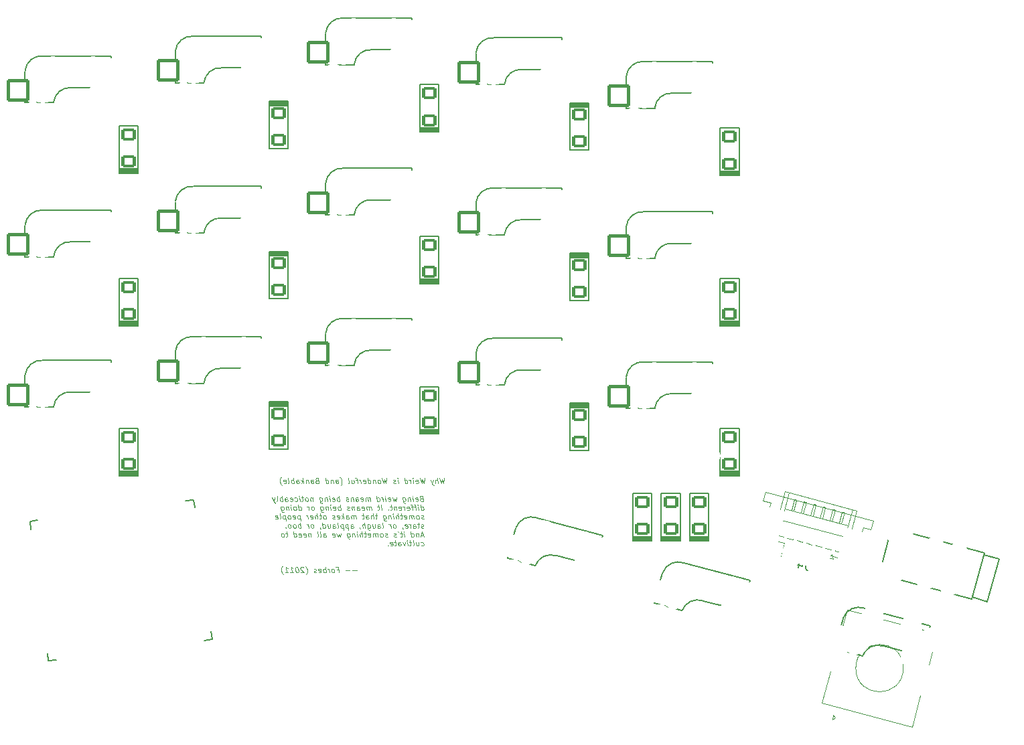
<source format=gbo>
G04 #@! TF.GenerationSoftware,KiCad,Pcbnew,7.0.5*
G04 #@! TF.CreationDate,2024-01-08T16:38:30+08:00*
G04 #@! TF.ProjectId,awkb_v2_mx,61776b62-5f76-4325-9f6d-782e6b696361,rev?*
G04 #@! TF.SameCoordinates,Original*
G04 #@! TF.FileFunction,Legend,Bot*
G04 #@! TF.FilePolarity,Positive*
%FSLAX46Y46*%
G04 Gerber Fmt 4.6, Leading zero omitted, Abs format (unit mm)*
G04 Created by KiCad (PCBNEW 7.0.5) date 2024-01-08 16:38:30*
%MOMM*%
%LPD*%
G01*
G04 APERTURE LIST*
G04 Aperture macros list*
%AMRoundRect*
0 Rectangle with rounded corners*
0 $1 Rounding radius*
0 $2 $3 $4 $5 $6 $7 $8 $9 X,Y pos of 4 corners*
0 Add a 4 corners polygon primitive as box body*
4,1,4,$2,$3,$4,$5,$6,$7,$8,$9,$2,$3,0*
0 Add four circle primitives for the rounded corners*
1,1,$1+$1,$2,$3*
1,1,$1+$1,$4,$5*
1,1,$1+$1,$6,$7*
1,1,$1+$1,$8,$9*
0 Add four rect primitives between the rounded corners*
20,1,$1+$1,$2,$3,$4,$5,0*
20,1,$1+$1,$4,$5,$6,$7,0*
20,1,$1+$1,$6,$7,$8,$9,0*
20,1,$1+$1,$8,$9,$2,$3,0*%
%AMHorizOval*
0 Thick line with rounded ends*
0 $1 width*
0 $2 $3 position (X,Y) of the first rounded end (center of the circle)*
0 $4 $5 position (X,Y) of the second rounded end (center of the circle)*
0 Add line between two ends*
20,1,$1,$2,$3,$4,$5,0*
0 Add two circle primitives to create the rounded ends*
1,1,$1,$2,$3*
1,1,$1,$4,$5*%
%AMFreePoly0*
4,1,37,1.228070,1.434758,1.247030,1.430987,1.319133,1.401121,1.335206,1.390381,1.390381,1.335206,1.401121,1.319133,1.430987,1.247030,1.434758,1.228070,1.438600,1.189056,1.438600,-1.189056,1.434758,-1.228070,1.430987,-1.247030,1.401121,-1.319133,1.390381,-1.335206,1.335206,-1.390381,1.319133,-1.401121,1.247030,-1.430987,1.228070,-1.434758,1.189056,-1.438600,-0.743160,-1.438600,
-0.829937,-1.418794,-0.884581,-1.380021,-1.380021,-0.884581,-1.427377,-0.809216,-1.438600,-0.743160,-1.438600,1.189056,-1.434758,1.228070,-1.430987,1.247030,-1.401121,1.319133,-1.390381,1.335206,-1.335206,1.390381,-1.319133,1.401121,-1.247030,1.430987,-1.228070,1.434758,-1.189056,1.438600,1.189056,1.438600,1.228070,1.434758,1.228070,1.434758,$1*%
%AMFreePoly1*
4,1,22,0.106406,0.569345,0.141421,0.541421,0.741421,-0.058579,0.788777,-0.133944,0.800000,-0.200000,0.800000,-0.400000,0.780193,-0.486777,0.724698,-0.556366,0.644504,-0.594986,0.600000,-0.600000,-0.600000,-0.600000,-0.686777,-0.580194,-0.756366,-0.524698,-0.794986,-0.444504,-0.800000,-0.400000,-0.800000,-0.200000,-0.780194,-0.113223,-0.741421,-0.058579,-0.141421,0.541421,-0.066056,0.588777,
0.022393,0.598742,0.106406,0.569345,0.106406,0.569345,$1*%
%AMFreePoly2*
4,1,26,0.686777,0.430194,0.756366,0.374698,0.794986,0.294504,0.800000,0.250000,0.800000,-1.000000,0.780194,-1.086777,0.724698,-1.156366,0.644504,-1.194986,0.555496,-1.194986,0.475302,-1.156366,0.458579,-1.141421,0.000000,-0.682842,-0.458579,-1.141421,-0.533944,-1.188778,-0.622393,-1.198742,-0.706406,-1.169345,-0.769345,-1.106406,-0.798742,-1.022393,-0.800000,-1.000000,-0.800000,0.250000,
-0.780194,0.336777,-0.724699,0.406366,-0.644505,0.444986,-0.600000,0.450000,0.600000,0.450000,0.686777,0.430194,0.686777,0.430194,$1*%
G04 Aperture macros list end*
%ADD10C,0.125000*%
%ADD11C,0.150000*%
%ADD12C,0.200000*%
%ADD13C,0.120000*%
%ADD14C,0.100000*%
%ADD15RoundRect,0.200000X0.700000X-0.600000X0.700000X0.600000X-0.700000X0.600000X-0.700000X-0.600000X0*%
%ADD16RoundRect,0.200000X-0.700000X0.600000X-0.700000X-0.600000X0.700000X-0.600000X0.700000X0.600000X0*%
%ADD17C,3.600000*%
%ADD18C,2.100000*%
%ADD19C,3.400000*%
%ADD20C,4.400000*%
%ADD21RoundRect,0.200000X-1.524317X-0.880065X0.880065X-1.524317X1.524317X0.880065X-0.880065X1.524317X0*%
%ADD22FreePoly0,345.000000*%
%ADD23RoundRect,0.200000X-1.244600X-1.244600X1.244600X-1.244600X1.244600X1.244600X-1.244600X1.244600X0*%
%ADD24FreePoly0,0.000000*%
%ADD25C,1.200000*%
%ADD26HorizOval,2.000000X-0.193185X0.051764X0.193185X-0.051764X0*%
%ADD27C,2.400000*%
%ADD28RoundRect,0.200000X0.551815X-1.804300X1.380036X1.286662X-0.551815X1.804300X-1.380036X-1.286662X0*%
%ADD29RoundRect,0.200000X-0.553426X-0.886986X0.035788X-1.044866X0.553426X0.886986X-0.035788X1.044866X0*%
%ADD30RoundRect,0.200000X-1.760215X-1.391849X0.828466X-2.085484X1.760215X1.391849X-0.828466X2.085484X0*%
%ADD31C,2.000000*%
%ADD32FreePoly1,187.500000*%
%ADD33FreePoly1,7.500000*%
%ADD34FreePoly2,7.500000*%
%ADD35FreePoly2,187.500000*%
%ADD36RoundRect,0.425000X0.340272X0.400580X-0.094394X0.517049X-0.340272X-0.400580X0.094394X-0.517049X0*%
%ADD37HorizOval,1.300000X0.064705X0.241481X-0.064705X-0.241481X0*%
%ADD38C,1.100000*%
G04 APERTURE END LIST*
D10*
X146272582Y-119232627D02*
X146193416Y-119932627D01*
X146193416Y-119932627D02*
X145997582Y-119432627D01*
X145997582Y-119432627D02*
X145926749Y-119932627D01*
X145926749Y-119932627D02*
X145672582Y-119232627D01*
X145493416Y-119932627D02*
X145405916Y-119232627D01*
X145193416Y-119932627D02*
X145147582Y-119565960D01*
X145147582Y-119565960D02*
X145172582Y-119499294D01*
X145172582Y-119499294D02*
X145235082Y-119465960D01*
X145235082Y-119465960D02*
X145335082Y-119465960D01*
X145335082Y-119465960D02*
X145405916Y-119499294D01*
X145405916Y-119499294D02*
X145443416Y-119532627D01*
X144868416Y-119465960D02*
X144760083Y-119932627D01*
X144535083Y-119465960D02*
X144760083Y-119932627D01*
X144760083Y-119932627D02*
X144847583Y-120099294D01*
X144847583Y-120099294D02*
X144885083Y-120132627D01*
X144885083Y-120132627D02*
X144955916Y-120165960D01*
X143772583Y-119232627D02*
X143693417Y-119932627D01*
X143693417Y-119932627D02*
X143497583Y-119432627D01*
X143497583Y-119432627D02*
X143426750Y-119932627D01*
X143426750Y-119932627D02*
X143172583Y-119232627D01*
X142722583Y-119899294D02*
X142793417Y-119932627D01*
X142793417Y-119932627D02*
X142926750Y-119932627D01*
X142926750Y-119932627D02*
X142989250Y-119899294D01*
X142989250Y-119899294D02*
X143014250Y-119832627D01*
X143014250Y-119832627D02*
X142980917Y-119565960D01*
X142980917Y-119565960D02*
X142939250Y-119499294D01*
X142939250Y-119499294D02*
X142868417Y-119465960D01*
X142868417Y-119465960D02*
X142735083Y-119465960D01*
X142735083Y-119465960D02*
X142672583Y-119499294D01*
X142672583Y-119499294D02*
X142647583Y-119565960D01*
X142647583Y-119565960D02*
X142655917Y-119632627D01*
X142655917Y-119632627D02*
X142997583Y-119699294D01*
X142393417Y-119932627D02*
X142335083Y-119465960D01*
X142305917Y-119232627D02*
X142343417Y-119265960D01*
X142343417Y-119265960D02*
X142314250Y-119299294D01*
X142314250Y-119299294D02*
X142276750Y-119265960D01*
X142276750Y-119265960D02*
X142305917Y-119232627D01*
X142305917Y-119232627D02*
X142314250Y-119299294D01*
X142060084Y-119932627D02*
X142001750Y-119465960D01*
X142018417Y-119599294D02*
X141976750Y-119532627D01*
X141976750Y-119532627D02*
X141939250Y-119499294D01*
X141939250Y-119499294D02*
X141868417Y-119465960D01*
X141868417Y-119465960D02*
X141801750Y-119465960D01*
X141326751Y-119932627D02*
X141239251Y-119232627D01*
X141322584Y-119899294D02*
X141393417Y-119932627D01*
X141393417Y-119932627D02*
X141526751Y-119932627D01*
X141526751Y-119932627D02*
X141589251Y-119899294D01*
X141589251Y-119899294D02*
X141618417Y-119865960D01*
X141618417Y-119865960D02*
X141643417Y-119799294D01*
X141643417Y-119799294D02*
X141618417Y-119599294D01*
X141618417Y-119599294D02*
X141576751Y-119532627D01*
X141576751Y-119532627D02*
X141539251Y-119499294D01*
X141539251Y-119499294D02*
X141468417Y-119465960D01*
X141468417Y-119465960D02*
X141335084Y-119465960D01*
X141335084Y-119465960D02*
X141272584Y-119499294D01*
X140460085Y-119932627D02*
X140401751Y-119465960D01*
X140372585Y-119232627D02*
X140410085Y-119265960D01*
X140410085Y-119265960D02*
X140380918Y-119299294D01*
X140380918Y-119299294D02*
X140343418Y-119265960D01*
X140343418Y-119265960D02*
X140372585Y-119232627D01*
X140372585Y-119232627D02*
X140380918Y-119299294D01*
X140155918Y-119899294D02*
X140093418Y-119932627D01*
X140093418Y-119932627D02*
X139960085Y-119932627D01*
X139960085Y-119932627D02*
X139889252Y-119899294D01*
X139889252Y-119899294D02*
X139847585Y-119832627D01*
X139847585Y-119832627D02*
X139843418Y-119799294D01*
X139843418Y-119799294D02*
X139868418Y-119732627D01*
X139868418Y-119732627D02*
X139930918Y-119699294D01*
X139930918Y-119699294D02*
X140030918Y-119699294D01*
X140030918Y-119699294D02*
X140093418Y-119665960D01*
X140093418Y-119665960D02*
X140118418Y-119599294D01*
X140118418Y-119599294D02*
X140114252Y-119565960D01*
X140114252Y-119565960D02*
X140072585Y-119499294D01*
X140072585Y-119499294D02*
X140001752Y-119465960D01*
X140001752Y-119465960D02*
X139901752Y-119465960D01*
X139901752Y-119465960D02*
X139839252Y-119499294D01*
X139005918Y-119232627D02*
X138926752Y-119932627D01*
X138926752Y-119932627D02*
X138730918Y-119432627D01*
X138730918Y-119432627D02*
X138660085Y-119932627D01*
X138660085Y-119932627D02*
X138405918Y-119232627D01*
X138126752Y-119932627D02*
X138189252Y-119899294D01*
X138189252Y-119899294D02*
X138218418Y-119865960D01*
X138218418Y-119865960D02*
X138243418Y-119799294D01*
X138243418Y-119799294D02*
X138218418Y-119599294D01*
X138218418Y-119599294D02*
X138176752Y-119532627D01*
X138176752Y-119532627D02*
X138139252Y-119499294D01*
X138139252Y-119499294D02*
X138068418Y-119465960D01*
X138068418Y-119465960D02*
X137968418Y-119465960D01*
X137968418Y-119465960D02*
X137905918Y-119499294D01*
X137905918Y-119499294D02*
X137876752Y-119532627D01*
X137876752Y-119532627D02*
X137851752Y-119599294D01*
X137851752Y-119599294D02*
X137876752Y-119799294D01*
X137876752Y-119799294D02*
X137918418Y-119865960D01*
X137918418Y-119865960D02*
X137955918Y-119899294D01*
X137955918Y-119899294D02*
X138026752Y-119932627D01*
X138026752Y-119932627D02*
X138126752Y-119932627D01*
X137535085Y-119465960D02*
X137593419Y-119932627D01*
X137543419Y-119532627D02*
X137505919Y-119499294D01*
X137505919Y-119499294D02*
X137435085Y-119465960D01*
X137435085Y-119465960D02*
X137335085Y-119465960D01*
X137335085Y-119465960D02*
X137272585Y-119499294D01*
X137272585Y-119499294D02*
X137247585Y-119565960D01*
X137247585Y-119565960D02*
X137293419Y-119932627D01*
X136660086Y-119932627D02*
X136572586Y-119232627D01*
X136655919Y-119899294D02*
X136726752Y-119932627D01*
X136726752Y-119932627D02*
X136860086Y-119932627D01*
X136860086Y-119932627D02*
X136922586Y-119899294D01*
X136922586Y-119899294D02*
X136951752Y-119865960D01*
X136951752Y-119865960D02*
X136976752Y-119799294D01*
X136976752Y-119799294D02*
X136951752Y-119599294D01*
X136951752Y-119599294D02*
X136910086Y-119532627D01*
X136910086Y-119532627D02*
X136872586Y-119499294D01*
X136872586Y-119499294D02*
X136801752Y-119465960D01*
X136801752Y-119465960D02*
X136668419Y-119465960D01*
X136668419Y-119465960D02*
X136605919Y-119499294D01*
X136055919Y-119899294D02*
X136126753Y-119932627D01*
X136126753Y-119932627D02*
X136260086Y-119932627D01*
X136260086Y-119932627D02*
X136322586Y-119899294D01*
X136322586Y-119899294D02*
X136347586Y-119832627D01*
X136347586Y-119832627D02*
X136314253Y-119565960D01*
X136314253Y-119565960D02*
X136272586Y-119499294D01*
X136272586Y-119499294D02*
X136201753Y-119465960D01*
X136201753Y-119465960D02*
X136068419Y-119465960D01*
X136068419Y-119465960D02*
X136005919Y-119499294D01*
X136005919Y-119499294D02*
X135980919Y-119565960D01*
X135980919Y-119565960D02*
X135989253Y-119632627D01*
X135989253Y-119632627D02*
X136330919Y-119699294D01*
X135726753Y-119932627D02*
X135668419Y-119465960D01*
X135685086Y-119599294D02*
X135643419Y-119532627D01*
X135643419Y-119532627D02*
X135605919Y-119499294D01*
X135605919Y-119499294D02*
X135535086Y-119465960D01*
X135535086Y-119465960D02*
X135468419Y-119465960D01*
X135335086Y-119465960D02*
X135068420Y-119465960D01*
X135293420Y-119932627D02*
X135218420Y-119332627D01*
X135218420Y-119332627D02*
X135176753Y-119265960D01*
X135176753Y-119265960D02*
X135105920Y-119232627D01*
X135105920Y-119232627D02*
X135039253Y-119232627D01*
X134535086Y-119465960D02*
X134593420Y-119932627D01*
X134835086Y-119465960D02*
X134880920Y-119832627D01*
X134880920Y-119832627D02*
X134855920Y-119899294D01*
X134855920Y-119899294D02*
X134793420Y-119932627D01*
X134793420Y-119932627D02*
X134693420Y-119932627D01*
X134693420Y-119932627D02*
X134622586Y-119899294D01*
X134622586Y-119899294D02*
X134585086Y-119865960D01*
X134160087Y-119932627D02*
X134222587Y-119899294D01*
X134222587Y-119899294D02*
X134247587Y-119832627D01*
X134247587Y-119832627D02*
X134172587Y-119232627D01*
X133193420Y-120199294D02*
X133222587Y-120165960D01*
X133222587Y-120165960D02*
X133276753Y-120065960D01*
X133276753Y-120065960D02*
X133301753Y-119999294D01*
X133301753Y-119999294D02*
X133322587Y-119899294D01*
X133322587Y-119899294D02*
X133335087Y-119732627D01*
X133335087Y-119732627D02*
X133318420Y-119599294D01*
X133318420Y-119599294D02*
X133264253Y-119432627D01*
X133264253Y-119432627D02*
X133218420Y-119332627D01*
X133218420Y-119332627D02*
X133176753Y-119265960D01*
X133176753Y-119265960D02*
X133097587Y-119165960D01*
X133097587Y-119165960D02*
X133060087Y-119132627D01*
X132593420Y-119932627D02*
X132547586Y-119565960D01*
X132547586Y-119565960D02*
X132572586Y-119499294D01*
X132572586Y-119499294D02*
X132635086Y-119465960D01*
X132635086Y-119465960D02*
X132768420Y-119465960D01*
X132768420Y-119465960D02*
X132839253Y-119499294D01*
X132589253Y-119899294D02*
X132660086Y-119932627D01*
X132660086Y-119932627D02*
X132826753Y-119932627D01*
X132826753Y-119932627D02*
X132889253Y-119899294D01*
X132889253Y-119899294D02*
X132914253Y-119832627D01*
X132914253Y-119832627D02*
X132905920Y-119765960D01*
X132905920Y-119765960D02*
X132864253Y-119699294D01*
X132864253Y-119699294D02*
X132793420Y-119665960D01*
X132793420Y-119665960D02*
X132626753Y-119665960D01*
X132626753Y-119665960D02*
X132555920Y-119632627D01*
X132201753Y-119465960D02*
X132260087Y-119932627D01*
X132210087Y-119532627D02*
X132172587Y-119499294D01*
X132172587Y-119499294D02*
X132101753Y-119465960D01*
X132101753Y-119465960D02*
X132001753Y-119465960D01*
X132001753Y-119465960D02*
X131939253Y-119499294D01*
X131939253Y-119499294D02*
X131914253Y-119565960D01*
X131914253Y-119565960D02*
X131960087Y-119932627D01*
X131326754Y-119932627D02*
X131239254Y-119232627D01*
X131322587Y-119899294D02*
X131393420Y-119932627D01*
X131393420Y-119932627D02*
X131526754Y-119932627D01*
X131526754Y-119932627D02*
X131589254Y-119899294D01*
X131589254Y-119899294D02*
X131618420Y-119865960D01*
X131618420Y-119865960D02*
X131643420Y-119799294D01*
X131643420Y-119799294D02*
X131618420Y-119599294D01*
X131618420Y-119599294D02*
X131576754Y-119532627D01*
X131576754Y-119532627D02*
X131539254Y-119499294D01*
X131539254Y-119499294D02*
X131468420Y-119465960D01*
X131468420Y-119465960D02*
X131335087Y-119465960D01*
X131335087Y-119465960D02*
X131272587Y-119499294D01*
X130180921Y-119565960D02*
X130085088Y-119599294D01*
X130085088Y-119599294D02*
X130055921Y-119632627D01*
X130055921Y-119632627D02*
X130030921Y-119699294D01*
X130030921Y-119699294D02*
X130043421Y-119799294D01*
X130043421Y-119799294D02*
X130085088Y-119865960D01*
X130085088Y-119865960D02*
X130122588Y-119899294D01*
X130122588Y-119899294D02*
X130193421Y-119932627D01*
X130193421Y-119932627D02*
X130460088Y-119932627D01*
X130460088Y-119932627D02*
X130372588Y-119232627D01*
X130372588Y-119232627D02*
X130139254Y-119232627D01*
X130139254Y-119232627D02*
X130076754Y-119265960D01*
X130076754Y-119265960D02*
X130047588Y-119299294D01*
X130047588Y-119299294D02*
X130022588Y-119365960D01*
X130022588Y-119365960D02*
X130030921Y-119432627D01*
X130030921Y-119432627D02*
X130072588Y-119499294D01*
X130072588Y-119499294D02*
X130110088Y-119532627D01*
X130110088Y-119532627D02*
X130180921Y-119565960D01*
X130180921Y-119565960D02*
X130414254Y-119565960D01*
X129460088Y-119932627D02*
X129414254Y-119565960D01*
X129414254Y-119565960D02*
X129439254Y-119499294D01*
X129439254Y-119499294D02*
X129501754Y-119465960D01*
X129501754Y-119465960D02*
X129635088Y-119465960D01*
X129635088Y-119465960D02*
X129705921Y-119499294D01*
X129455921Y-119899294D02*
X129526754Y-119932627D01*
X129526754Y-119932627D02*
X129693421Y-119932627D01*
X129693421Y-119932627D02*
X129755921Y-119899294D01*
X129755921Y-119899294D02*
X129780921Y-119832627D01*
X129780921Y-119832627D02*
X129772588Y-119765960D01*
X129772588Y-119765960D02*
X129730921Y-119699294D01*
X129730921Y-119699294D02*
X129660088Y-119665960D01*
X129660088Y-119665960D02*
X129493421Y-119665960D01*
X129493421Y-119665960D02*
X129422588Y-119632627D01*
X129068421Y-119465960D02*
X129126755Y-119932627D01*
X129076755Y-119532627D02*
X129039255Y-119499294D01*
X129039255Y-119499294D02*
X128968421Y-119465960D01*
X128968421Y-119465960D02*
X128868421Y-119465960D01*
X128868421Y-119465960D02*
X128805921Y-119499294D01*
X128805921Y-119499294D02*
X128780921Y-119565960D01*
X128780921Y-119565960D02*
X128826755Y-119932627D01*
X128493422Y-119932627D02*
X128405922Y-119232627D01*
X128393422Y-119665960D02*
X128226755Y-119932627D01*
X128168422Y-119465960D02*
X128468422Y-119732627D01*
X127626755Y-119932627D02*
X127580921Y-119565960D01*
X127580921Y-119565960D02*
X127605921Y-119499294D01*
X127605921Y-119499294D02*
X127668421Y-119465960D01*
X127668421Y-119465960D02*
X127801755Y-119465960D01*
X127801755Y-119465960D02*
X127872588Y-119499294D01*
X127622588Y-119899294D02*
X127693421Y-119932627D01*
X127693421Y-119932627D02*
X127860088Y-119932627D01*
X127860088Y-119932627D02*
X127922588Y-119899294D01*
X127922588Y-119899294D02*
X127947588Y-119832627D01*
X127947588Y-119832627D02*
X127939255Y-119765960D01*
X127939255Y-119765960D02*
X127897588Y-119699294D01*
X127897588Y-119699294D02*
X127826755Y-119665960D01*
X127826755Y-119665960D02*
X127660088Y-119665960D01*
X127660088Y-119665960D02*
X127589255Y-119632627D01*
X127293422Y-119932627D02*
X127205922Y-119232627D01*
X127239255Y-119499294D02*
X127168422Y-119465960D01*
X127168422Y-119465960D02*
X127035088Y-119465960D01*
X127035088Y-119465960D02*
X126972588Y-119499294D01*
X126972588Y-119499294D02*
X126943422Y-119532627D01*
X126943422Y-119532627D02*
X126918422Y-119599294D01*
X126918422Y-119599294D02*
X126943422Y-119799294D01*
X126943422Y-119799294D02*
X126985088Y-119865960D01*
X126985088Y-119865960D02*
X127022588Y-119899294D01*
X127022588Y-119899294D02*
X127093422Y-119932627D01*
X127093422Y-119932627D02*
X127226755Y-119932627D01*
X127226755Y-119932627D02*
X127289255Y-119899294D01*
X126560089Y-119932627D02*
X126622589Y-119899294D01*
X126622589Y-119899294D02*
X126647589Y-119832627D01*
X126647589Y-119832627D02*
X126572589Y-119232627D01*
X126022588Y-119899294D02*
X126093422Y-119932627D01*
X126093422Y-119932627D02*
X126226755Y-119932627D01*
X126226755Y-119932627D02*
X126289255Y-119899294D01*
X126289255Y-119899294D02*
X126314255Y-119832627D01*
X126314255Y-119832627D02*
X126280922Y-119565960D01*
X126280922Y-119565960D02*
X126239255Y-119499294D01*
X126239255Y-119499294D02*
X126168422Y-119465960D01*
X126168422Y-119465960D02*
X126035088Y-119465960D01*
X126035088Y-119465960D02*
X125972588Y-119499294D01*
X125972588Y-119499294D02*
X125947588Y-119565960D01*
X125947588Y-119565960D02*
X125955922Y-119632627D01*
X125955922Y-119632627D02*
X126297588Y-119699294D01*
X125793422Y-120199294D02*
X125755922Y-120165960D01*
X125755922Y-120165960D02*
X125676755Y-120065960D01*
X125676755Y-120065960D02*
X125635088Y-119999294D01*
X125635088Y-119999294D02*
X125589255Y-119899294D01*
X125589255Y-119899294D02*
X125535088Y-119732627D01*
X125535088Y-119732627D02*
X125518422Y-119599294D01*
X125518422Y-119599294D02*
X125530922Y-119432627D01*
X125530922Y-119432627D02*
X125551755Y-119332627D01*
X125551755Y-119332627D02*
X125576755Y-119265960D01*
X125576755Y-119265960D02*
X125630922Y-119165960D01*
X125630922Y-119165960D02*
X125660088Y-119132627D01*
X143380916Y-121819960D02*
X143285083Y-121853294D01*
X143285083Y-121853294D02*
X143255916Y-121886627D01*
X143255916Y-121886627D02*
X143230916Y-121953294D01*
X143230916Y-121953294D02*
X143243416Y-122053294D01*
X143243416Y-122053294D02*
X143285083Y-122119960D01*
X143285083Y-122119960D02*
X143322583Y-122153294D01*
X143322583Y-122153294D02*
X143393416Y-122186627D01*
X143393416Y-122186627D02*
X143660083Y-122186627D01*
X143660083Y-122186627D02*
X143572583Y-121486627D01*
X143572583Y-121486627D02*
X143339249Y-121486627D01*
X143339249Y-121486627D02*
X143276749Y-121519960D01*
X143276749Y-121519960D02*
X143247583Y-121553294D01*
X143247583Y-121553294D02*
X143222583Y-121619960D01*
X143222583Y-121619960D02*
X143230916Y-121686627D01*
X143230916Y-121686627D02*
X143272583Y-121753294D01*
X143272583Y-121753294D02*
X143310083Y-121786627D01*
X143310083Y-121786627D02*
X143380916Y-121819960D01*
X143380916Y-121819960D02*
X143614249Y-121819960D01*
X142689249Y-122153294D02*
X142760083Y-122186627D01*
X142760083Y-122186627D02*
X142893416Y-122186627D01*
X142893416Y-122186627D02*
X142955916Y-122153294D01*
X142955916Y-122153294D02*
X142980916Y-122086627D01*
X142980916Y-122086627D02*
X142947583Y-121819960D01*
X142947583Y-121819960D02*
X142905916Y-121753294D01*
X142905916Y-121753294D02*
X142835083Y-121719960D01*
X142835083Y-121719960D02*
X142701749Y-121719960D01*
X142701749Y-121719960D02*
X142639249Y-121753294D01*
X142639249Y-121753294D02*
X142614249Y-121819960D01*
X142614249Y-121819960D02*
X142622583Y-121886627D01*
X142622583Y-121886627D02*
X142964249Y-121953294D01*
X142360083Y-122186627D02*
X142301749Y-121719960D01*
X142272583Y-121486627D02*
X142310083Y-121519960D01*
X142310083Y-121519960D02*
X142280916Y-121553294D01*
X142280916Y-121553294D02*
X142243416Y-121519960D01*
X142243416Y-121519960D02*
X142272583Y-121486627D01*
X142272583Y-121486627D02*
X142280916Y-121553294D01*
X141968416Y-121719960D02*
X142026750Y-122186627D01*
X141976750Y-121786627D02*
X141939250Y-121753294D01*
X141939250Y-121753294D02*
X141868416Y-121719960D01*
X141868416Y-121719960D02*
X141768416Y-121719960D01*
X141768416Y-121719960D02*
X141705916Y-121753294D01*
X141705916Y-121753294D02*
X141680916Y-121819960D01*
X141680916Y-121819960D02*
X141726750Y-122186627D01*
X141035083Y-121719960D02*
X141105917Y-122286627D01*
X141105917Y-122286627D02*
X141147583Y-122353294D01*
X141147583Y-122353294D02*
X141185083Y-122386627D01*
X141185083Y-122386627D02*
X141255917Y-122419960D01*
X141255917Y-122419960D02*
X141355917Y-122419960D01*
X141355917Y-122419960D02*
X141418417Y-122386627D01*
X141089250Y-122153294D02*
X141160083Y-122186627D01*
X141160083Y-122186627D02*
X141293417Y-122186627D01*
X141293417Y-122186627D02*
X141355917Y-122153294D01*
X141355917Y-122153294D02*
X141385083Y-122119960D01*
X141385083Y-122119960D02*
X141410083Y-122053294D01*
X141410083Y-122053294D02*
X141385083Y-121853294D01*
X141385083Y-121853294D02*
X141343417Y-121786627D01*
X141343417Y-121786627D02*
X141305917Y-121753294D01*
X141305917Y-121753294D02*
X141235083Y-121719960D01*
X141235083Y-121719960D02*
X141101750Y-121719960D01*
X141101750Y-121719960D02*
X141039250Y-121753294D01*
X140235084Y-121719960D02*
X140160084Y-122186627D01*
X140160084Y-122186627D02*
X139985084Y-121853294D01*
X139985084Y-121853294D02*
X139893417Y-122186627D01*
X139893417Y-122186627D02*
X139701751Y-121719960D01*
X139222584Y-122153294D02*
X139293418Y-122186627D01*
X139293418Y-122186627D02*
X139426751Y-122186627D01*
X139426751Y-122186627D02*
X139489251Y-122153294D01*
X139489251Y-122153294D02*
X139514251Y-122086627D01*
X139514251Y-122086627D02*
X139480918Y-121819960D01*
X139480918Y-121819960D02*
X139439251Y-121753294D01*
X139439251Y-121753294D02*
X139368418Y-121719960D01*
X139368418Y-121719960D02*
X139235084Y-121719960D01*
X139235084Y-121719960D02*
X139172584Y-121753294D01*
X139172584Y-121753294D02*
X139147584Y-121819960D01*
X139147584Y-121819960D02*
X139155918Y-121886627D01*
X139155918Y-121886627D02*
X139497584Y-121953294D01*
X138893418Y-122186627D02*
X138835084Y-121719960D01*
X138805918Y-121486627D02*
X138843418Y-121519960D01*
X138843418Y-121519960D02*
X138814251Y-121553294D01*
X138814251Y-121553294D02*
X138776751Y-121519960D01*
X138776751Y-121519960D02*
X138805918Y-121486627D01*
X138805918Y-121486627D02*
X138814251Y-121553294D01*
X138560085Y-122186627D02*
X138501751Y-121719960D01*
X138518418Y-121853294D02*
X138476751Y-121786627D01*
X138476751Y-121786627D02*
X138439251Y-121753294D01*
X138439251Y-121753294D02*
X138368418Y-121719960D01*
X138368418Y-121719960D02*
X138301751Y-121719960D01*
X137826752Y-122186627D02*
X137739252Y-121486627D01*
X137822585Y-122153294D02*
X137893418Y-122186627D01*
X137893418Y-122186627D02*
X138026752Y-122186627D01*
X138026752Y-122186627D02*
X138089252Y-122153294D01*
X138089252Y-122153294D02*
X138118418Y-122119960D01*
X138118418Y-122119960D02*
X138143418Y-122053294D01*
X138143418Y-122053294D02*
X138118418Y-121853294D01*
X138118418Y-121853294D02*
X138076752Y-121786627D01*
X138076752Y-121786627D02*
X138039252Y-121753294D01*
X138039252Y-121753294D02*
X137968418Y-121719960D01*
X137968418Y-121719960D02*
X137835085Y-121719960D01*
X137835085Y-121719960D02*
X137772585Y-121753294D01*
X136960086Y-122186627D02*
X136901752Y-121719960D01*
X136910086Y-121786627D02*
X136872586Y-121753294D01*
X136872586Y-121753294D02*
X136801752Y-121719960D01*
X136801752Y-121719960D02*
X136701752Y-121719960D01*
X136701752Y-121719960D02*
X136639252Y-121753294D01*
X136639252Y-121753294D02*
X136614252Y-121819960D01*
X136614252Y-121819960D02*
X136660086Y-122186627D01*
X136614252Y-121819960D02*
X136572586Y-121753294D01*
X136572586Y-121753294D02*
X136501752Y-121719960D01*
X136501752Y-121719960D02*
X136401752Y-121719960D01*
X136401752Y-121719960D02*
X136339252Y-121753294D01*
X136339252Y-121753294D02*
X136314252Y-121819960D01*
X136314252Y-121819960D02*
X136360086Y-122186627D01*
X135755919Y-122153294D02*
X135826753Y-122186627D01*
X135826753Y-122186627D02*
X135960086Y-122186627D01*
X135960086Y-122186627D02*
X136022586Y-122153294D01*
X136022586Y-122153294D02*
X136047586Y-122086627D01*
X136047586Y-122086627D02*
X136014253Y-121819960D01*
X136014253Y-121819960D02*
X135972586Y-121753294D01*
X135972586Y-121753294D02*
X135901753Y-121719960D01*
X135901753Y-121719960D02*
X135768419Y-121719960D01*
X135768419Y-121719960D02*
X135705919Y-121753294D01*
X135705919Y-121753294D02*
X135680919Y-121819960D01*
X135680919Y-121819960D02*
X135689253Y-121886627D01*
X135689253Y-121886627D02*
X136030919Y-121953294D01*
X135126753Y-122186627D02*
X135080919Y-121819960D01*
X135080919Y-121819960D02*
X135105919Y-121753294D01*
X135105919Y-121753294D02*
X135168419Y-121719960D01*
X135168419Y-121719960D02*
X135301753Y-121719960D01*
X135301753Y-121719960D02*
X135372586Y-121753294D01*
X135122586Y-122153294D02*
X135193419Y-122186627D01*
X135193419Y-122186627D02*
X135360086Y-122186627D01*
X135360086Y-122186627D02*
X135422586Y-122153294D01*
X135422586Y-122153294D02*
X135447586Y-122086627D01*
X135447586Y-122086627D02*
X135439253Y-122019960D01*
X135439253Y-122019960D02*
X135397586Y-121953294D01*
X135397586Y-121953294D02*
X135326753Y-121919960D01*
X135326753Y-121919960D02*
X135160086Y-121919960D01*
X135160086Y-121919960D02*
X135089253Y-121886627D01*
X134735086Y-121719960D02*
X134793420Y-122186627D01*
X134743420Y-121786627D02*
X134705920Y-121753294D01*
X134705920Y-121753294D02*
X134635086Y-121719960D01*
X134635086Y-121719960D02*
X134535086Y-121719960D01*
X134535086Y-121719960D02*
X134472586Y-121753294D01*
X134472586Y-121753294D02*
X134447586Y-121819960D01*
X134447586Y-121819960D02*
X134493420Y-122186627D01*
X134189253Y-122153294D02*
X134126753Y-122186627D01*
X134126753Y-122186627D02*
X133993420Y-122186627D01*
X133993420Y-122186627D02*
X133922587Y-122153294D01*
X133922587Y-122153294D02*
X133880920Y-122086627D01*
X133880920Y-122086627D02*
X133876753Y-122053294D01*
X133876753Y-122053294D02*
X133901753Y-121986627D01*
X133901753Y-121986627D02*
X133964253Y-121953294D01*
X133964253Y-121953294D02*
X134064253Y-121953294D01*
X134064253Y-121953294D02*
X134126753Y-121919960D01*
X134126753Y-121919960D02*
X134151753Y-121853294D01*
X134151753Y-121853294D02*
X134147587Y-121819960D01*
X134147587Y-121819960D02*
X134105920Y-121753294D01*
X134105920Y-121753294D02*
X134035087Y-121719960D01*
X134035087Y-121719960D02*
X133935087Y-121719960D01*
X133935087Y-121719960D02*
X133872587Y-121753294D01*
X133060087Y-122186627D02*
X132972587Y-121486627D01*
X133005920Y-121753294D02*
X132935087Y-121719960D01*
X132935087Y-121719960D02*
X132801753Y-121719960D01*
X132801753Y-121719960D02*
X132739253Y-121753294D01*
X132739253Y-121753294D02*
X132710087Y-121786627D01*
X132710087Y-121786627D02*
X132685087Y-121853294D01*
X132685087Y-121853294D02*
X132710087Y-122053294D01*
X132710087Y-122053294D02*
X132751753Y-122119960D01*
X132751753Y-122119960D02*
X132789253Y-122153294D01*
X132789253Y-122153294D02*
X132860087Y-122186627D01*
X132860087Y-122186627D02*
X132993420Y-122186627D01*
X132993420Y-122186627D02*
X133055920Y-122153294D01*
X132155920Y-122153294D02*
X132226754Y-122186627D01*
X132226754Y-122186627D02*
X132360087Y-122186627D01*
X132360087Y-122186627D02*
X132422587Y-122153294D01*
X132422587Y-122153294D02*
X132447587Y-122086627D01*
X132447587Y-122086627D02*
X132414254Y-121819960D01*
X132414254Y-121819960D02*
X132372587Y-121753294D01*
X132372587Y-121753294D02*
X132301754Y-121719960D01*
X132301754Y-121719960D02*
X132168420Y-121719960D01*
X132168420Y-121719960D02*
X132105920Y-121753294D01*
X132105920Y-121753294D02*
X132080920Y-121819960D01*
X132080920Y-121819960D02*
X132089254Y-121886627D01*
X132089254Y-121886627D02*
X132430920Y-121953294D01*
X131826754Y-122186627D02*
X131768420Y-121719960D01*
X131739254Y-121486627D02*
X131776754Y-121519960D01*
X131776754Y-121519960D02*
X131747587Y-121553294D01*
X131747587Y-121553294D02*
X131710087Y-121519960D01*
X131710087Y-121519960D02*
X131739254Y-121486627D01*
X131739254Y-121486627D02*
X131747587Y-121553294D01*
X131435087Y-121719960D02*
X131493421Y-122186627D01*
X131443421Y-121786627D02*
X131405921Y-121753294D01*
X131405921Y-121753294D02*
X131335087Y-121719960D01*
X131335087Y-121719960D02*
X131235087Y-121719960D01*
X131235087Y-121719960D02*
X131172587Y-121753294D01*
X131172587Y-121753294D02*
X131147587Y-121819960D01*
X131147587Y-121819960D02*
X131193421Y-122186627D01*
X130501754Y-121719960D02*
X130572588Y-122286627D01*
X130572588Y-122286627D02*
X130614254Y-122353294D01*
X130614254Y-122353294D02*
X130651754Y-122386627D01*
X130651754Y-122386627D02*
X130722588Y-122419960D01*
X130722588Y-122419960D02*
X130822588Y-122419960D01*
X130822588Y-122419960D02*
X130885088Y-122386627D01*
X130555921Y-122153294D02*
X130626754Y-122186627D01*
X130626754Y-122186627D02*
X130760088Y-122186627D01*
X130760088Y-122186627D02*
X130822588Y-122153294D01*
X130822588Y-122153294D02*
X130851754Y-122119960D01*
X130851754Y-122119960D02*
X130876754Y-122053294D01*
X130876754Y-122053294D02*
X130851754Y-121853294D01*
X130851754Y-121853294D02*
X130810088Y-121786627D01*
X130810088Y-121786627D02*
X130772588Y-121753294D01*
X130772588Y-121753294D02*
X130701754Y-121719960D01*
X130701754Y-121719960D02*
X130568421Y-121719960D01*
X130568421Y-121719960D02*
X130505921Y-121753294D01*
X129635088Y-121719960D02*
X129693422Y-122186627D01*
X129643422Y-121786627D02*
X129605922Y-121753294D01*
X129605922Y-121753294D02*
X129535088Y-121719960D01*
X129535088Y-121719960D02*
X129435088Y-121719960D01*
X129435088Y-121719960D02*
X129372588Y-121753294D01*
X129372588Y-121753294D02*
X129347588Y-121819960D01*
X129347588Y-121819960D02*
X129393422Y-122186627D01*
X128960089Y-122186627D02*
X129022589Y-122153294D01*
X129022589Y-122153294D02*
X129051755Y-122119960D01*
X129051755Y-122119960D02*
X129076755Y-122053294D01*
X129076755Y-122053294D02*
X129051755Y-121853294D01*
X129051755Y-121853294D02*
X129010089Y-121786627D01*
X129010089Y-121786627D02*
X128972589Y-121753294D01*
X128972589Y-121753294D02*
X128901755Y-121719960D01*
X128901755Y-121719960D02*
X128801755Y-121719960D01*
X128801755Y-121719960D02*
X128739255Y-121753294D01*
X128739255Y-121753294D02*
X128710089Y-121786627D01*
X128710089Y-121786627D02*
X128685089Y-121853294D01*
X128685089Y-121853294D02*
X128710089Y-122053294D01*
X128710089Y-122053294D02*
X128751755Y-122119960D01*
X128751755Y-122119960D02*
X128789255Y-122153294D01*
X128789255Y-122153294D02*
X128860089Y-122186627D01*
X128860089Y-122186627D02*
X128960089Y-122186627D01*
X128468422Y-121719960D02*
X128201756Y-121719960D01*
X128339256Y-121486627D02*
X128414256Y-122086627D01*
X128414256Y-122086627D02*
X128389256Y-122153294D01*
X128389256Y-122153294D02*
X128326756Y-122186627D01*
X128326756Y-122186627D02*
X128260089Y-122186627D01*
X128026756Y-122186627D02*
X127968422Y-121719960D01*
X127939256Y-121486627D02*
X127976756Y-121519960D01*
X127976756Y-121519960D02*
X127947589Y-121553294D01*
X127947589Y-121553294D02*
X127910089Y-121519960D01*
X127910089Y-121519960D02*
X127939256Y-121486627D01*
X127939256Y-121486627D02*
X127947589Y-121553294D01*
X127389256Y-122153294D02*
X127460089Y-122186627D01*
X127460089Y-122186627D02*
X127593423Y-122186627D01*
X127593423Y-122186627D02*
X127655923Y-122153294D01*
X127655923Y-122153294D02*
X127685089Y-122119960D01*
X127685089Y-122119960D02*
X127710089Y-122053294D01*
X127710089Y-122053294D02*
X127685089Y-121853294D01*
X127685089Y-121853294D02*
X127643423Y-121786627D01*
X127643423Y-121786627D02*
X127605923Y-121753294D01*
X127605923Y-121753294D02*
X127535089Y-121719960D01*
X127535089Y-121719960D02*
X127401756Y-121719960D01*
X127401756Y-121719960D02*
X127339256Y-121753294D01*
X126822589Y-122153294D02*
X126893423Y-122186627D01*
X126893423Y-122186627D02*
X127026756Y-122186627D01*
X127026756Y-122186627D02*
X127089256Y-122153294D01*
X127089256Y-122153294D02*
X127114256Y-122086627D01*
X127114256Y-122086627D02*
X127080923Y-121819960D01*
X127080923Y-121819960D02*
X127039256Y-121753294D01*
X127039256Y-121753294D02*
X126968423Y-121719960D01*
X126968423Y-121719960D02*
X126835089Y-121719960D01*
X126835089Y-121719960D02*
X126772589Y-121753294D01*
X126772589Y-121753294D02*
X126747589Y-121819960D01*
X126747589Y-121819960D02*
X126755923Y-121886627D01*
X126755923Y-121886627D02*
X127097589Y-121953294D01*
X126193423Y-122186627D02*
X126147589Y-121819960D01*
X126147589Y-121819960D02*
X126172589Y-121753294D01*
X126172589Y-121753294D02*
X126235089Y-121719960D01*
X126235089Y-121719960D02*
X126368423Y-121719960D01*
X126368423Y-121719960D02*
X126439256Y-121753294D01*
X126189256Y-122153294D02*
X126260089Y-122186627D01*
X126260089Y-122186627D02*
X126426756Y-122186627D01*
X126426756Y-122186627D02*
X126489256Y-122153294D01*
X126489256Y-122153294D02*
X126514256Y-122086627D01*
X126514256Y-122086627D02*
X126505923Y-122019960D01*
X126505923Y-122019960D02*
X126464256Y-121953294D01*
X126464256Y-121953294D02*
X126393423Y-121919960D01*
X126393423Y-121919960D02*
X126226756Y-121919960D01*
X126226756Y-121919960D02*
X126155923Y-121886627D01*
X125860090Y-122186627D02*
X125772590Y-121486627D01*
X125805923Y-121753294D02*
X125735090Y-121719960D01*
X125735090Y-121719960D02*
X125601756Y-121719960D01*
X125601756Y-121719960D02*
X125539256Y-121753294D01*
X125539256Y-121753294D02*
X125510090Y-121786627D01*
X125510090Y-121786627D02*
X125485090Y-121853294D01*
X125485090Y-121853294D02*
X125510090Y-122053294D01*
X125510090Y-122053294D02*
X125551756Y-122119960D01*
X125551756Y-122119960D02*
X125589256Y-122153294D01*
X125589256Y-122153294D02*
X125660090Y-122186627D01*
X125660090Y-122186627D02*
X125793423Y-122186627D01*
X125793423Y-122186627D02*
X125855923Y-122153294D01*
X125126757Y-122186627D02*
X125189257Y-122153294D01*
X125189257Y-122153294D02*
X125214257Y-122086627D01*
X125214257Y-122086627D02*
X125139257Y-121486627D01*
X124868423Y-121719960D02*
X124760090Y-122186627D01*
X124535090Y-121719960D02*
X124760090Y-122186627D01*
X124760090Y-122186627D02*
X124847590Y-122353294D01*
X124847590Y-122353294D02*
X124885090Y-122386627D01*
X124885090Y-122386627D02*
X124955923Y-122419960D01*
X143360083Y-123313627D02*
X143272583Y-122613627D01*
X143355916Y-123280294D02*
X143426749Y-123313627D01*
X143426749Y-123313627D02*
X143560083Y-123313627D01*
X143560083Y-123313627D02*
X143622583Y-123280294D01*
X143622583Y-123280294D02*
X143651749Y-123246960D01*
X143651749Y-123246960D02*
X143676749Y-123180294D01*
X143676749Y-123180294D02*
X143651749Y-122980294D01*
X143651749Y-122980294D02*
X143610083Y-122913627D01*
X143610083Y-122913627D02*
X143572583Y-122880294D01*
X143572583Y-122880294D02*
X143501749Y-122846960D01*
X143501749Y-122846960D02*
X143368416Y-122846960D01*
X143368416Y-122846960D02*
X143305916Y-122880294D01*
X143026750Y-123313627D02*
X142968416Y-122846960D01*
X142939250Y-122613627D02*
X142976750Y-122646960D01*
X142976750Y-122646960D02*
X142947583Y-122680294D01*
X142947583Y-122680294D02*
X142910083Y-122646960D01*
X142910083Y-122646960D02*
X142939250Y-122613627D01*
X142939250Y-122613627D02*
X142947583Y-122680294D01*
X142735083Y-122846960D02*
X142468417Y-122846960D01*
X142693417Y-123313627D02*
X142618417Y-122713627D01*
X142618417Y-122713627D02*
X142576750Y-122646960D01*
X142576750Y-122646960D02*
X142505917Y-122613627D01*
X142505917Y-122613627D02*
X142439250Y-122613627D01*
X142335083Y-122846960D02*
X142068417Y-122846960D01*
X142293417Y-123313627D02*
X142218417Y-122713627D01*
X142218417Y-122713627D02*
X142176750Y-122646960D01*
X142176750Y-122646960D02*
X142105917Y-122613627D01*
X142105917Y-122613627D02*
X142039250Y-122613627D01*
X141622583Y-123280294D02*
X141693417Y-123313627D01*
X141693417Y-123313627D02*
X141826750Y-123313627D01*
X141826750Y-123313627D02*
X141889250Y-123280294D01*
X141889250Y-123280294D02*
X141914250Y-123213627D01*
X141914250Y-123213627D02*
X141880917Y-122946960D01*
X141880917Y-122946960D02*
X141839250Y-122880294D01*
X141839250Y-122880294D02*
X141768417Y-122846960D01*
X141768417Y-122846960D02*
X141635083Y-122846960D01*
X141635083Y-122846960D02*
X141572583Y-122880294D01*
X141572583Y-122880294D02*
X141547583Y-122946960D01*
X141547583Y-122946960D02*
X141555917Y-123013627D01*
X141555917Y-123013627D02*
X141897583Y-123080294D01*
X141293417Y-123313627D02*
X141235083Y-122846960D01*
X141251750Y-122980294D02*
X141210083Y-122913627D01*
X141210083Y-122913627D02*
X141172583Y-122880294D01*
X141172583Y-122880294D02*
X141101750Y-122846960D01*
X141101750Y-122846960D02*
X141035083Y-122846960D01*
X140589250Y-123280294D02*
X140660084Y-123313627D01*
X140660084Y-123313627D02*
X140793417Y-123313627D01*
X140793417Y-123313627D02*
X140855917Y-123280294D01*
X140855917Y-123280294D02*
X140880917Y-123213627D01*
X140880917Y-123213627D02*
X140847584Y-122946960D01*
X140847584Y-122946960D02*
X140805917Y-122880294D01*
X140805917Y-122880294D02*
X140735084Y-122846960D01*
X140735084Y-122846960D02*
X140601750Y-122846960D01*
X140601750Y-122846960D02*
X140539250Y-122880294D01*
X140539250Y-122880294D02*
X140514250Y-122946960D01*
X140514250Y-122946960D02*
X140522584Y-123013627D01*
X140522584Y-123013627D02*
X140864250Y-123080294D01*
X140201750Y-122846960D02*
X140260084Y-123313627D01*
X140210084Y-122913627D02*
X140172584Y-122880294D01*
X140172584Y-122880294D02*
X140101750Y-122846960D01*
X140101750Y-122846960D02*
X140001750Y-122846960D01*
X140001750Y-122846960D02*
X139939250Y-122880294D01*
X139939250Y-122880294D02*
X139914250Y-122946960D01*
X139914250Y-122946960D02*
X139960084Y-123313627D01*
X139668417Y-122846960D02*
X139401751Y-122846960D01*
X139539251Y-122613627D02*
X139614251Y-123213627D01*
X139614251Y-123213627D02*
X139589251Y-123280294D01*
X139589251Y-123280294D02*
X139526751Y-123313627D01*
X139526751Y-123313627D02*
X139460084Y-123313627D01*
X139218417Y-123246960D02*
X139189251Y-123280294D01*
X139189251Y-123280294D02*
X139226751Y-123313627D01*
X139226751Y-123313627D02*
X139255917Y-123280294D01*
X139255917Y-123280294D02*
X139218417Y-123246960D01*
X139218417Y-123246960D02*
X139226751Y-123313627D01*
X138360085Y-123313627D02*
X138272585Y-122613627D01*
X138068418Y-122846960D02*
X137801752Y-122846960D01*
X137939252Y-122613627D02*
X138014252Y-123213627D01*
X138014252Y-123213627D02*
X137989252Y-123280294D01*
X137989252Y-123280294D02*
X137926752Y-123313627D01*
X137926752Y-123313627D02*
X137860085Y-123313627D01*
X137093419Y-123313627D02*
X137035085Y-122846960D01*
X137043419Y-122913627D02*
X137005919Y-122880294D01*
X137005919Y-122880294D02*
X136935085Y-122846960D01*
X136935085Y-122846960D02*
X136835085Y-122846960D01*
X136835085Y-122846960D02*
X136772585Y-122880294D01*
X136772585Y-122880294D02*
X136747585Y-122946960D01*
X136747585Y-122946960D02*
X136793419Y-123313627D01*
X136747585Y-122946960D02*
X136705919Y-122880294D01*
X136705919Y-122880294D02*
X136635085Y-122846960D01*
X136635085Y-122846960D02*
X136535085Y-122846960D01*
X136535085Y-122846960D02*
X136472585Y-122880294D01*
X136472585Y-122880294D02*
X136447585Y-122946960D01*
X136447585Y-122946960D02*
X136493419Y-123313627D01*
X135889252Y-123280294D02*
X135960086Y-123313627D01*
X135960086Y-123313627D02*
X136093419Y-123313627D01*
X136093419Y-123313627D02*
X136155919Y-123280294D01*
X136155919Y-123280294D02*
X136180919Y-123213627D01*
X136180919Y-123213627D02*
X136147586Y-122946960D01*
X136147586Y-122946960D02*
X136105919Y-122880294D01*
X136105919Y-122880294D02*
X136035086Y-122846960D01*
X136035086Y-122846960D02*
X135901752Y-122846960D01*
X135901752Y-122846960D02*
X135839252Y-122880294D01*
X135839252Y-122880294D02*
X135814252Y-122946960D01*
X135814252Y-122946960D02*
X135822586Y-123013627D01*
X135822586Y-123013627D02*
X136164252Y-123080294D01*
X135260086Y-123313627D02*
X135214252Y-122946960D01*
X135214252Y-122946960D02*
X135239252Y-122880294D01*
X135239252Y-122880294D02*
X135301752Y-122846960D01*
X135301752Y-122846960D02*
X135435086Y-122846960D01*
X135435086Y-122846960D02*
X135505919Y-122880294D01*
X135255919Y-123280294D02*
X135326752Y-123313627D01*
X135326752Y-123313627D02*
X135493419Y-123313627D01*
X135493419Y-123313627D02*
X135555919Y-123280294D01*
X135555919Y-123280294D02*
X135580919Y-123213627D01*
X135580919Y-123213627D02*
X135572586Y-123146960D01*
X135572586Y-123146960D02*
X135530919Y-123080294D01*
X135530919Y-123080294D02*
X135460086Y-123046960D01*
X135460086Y-123046960D02*
X135293419Y-123046960D01*
X135293419Y-123046960D02*
X135222586Y-123013627D01*
X134868419Y-122846960D02*
X134926753Y-123313627D01*
X134876753Y-122913627D02*
X134839253Y-122880294D01*
X134839253Y-122880294D02*
X134768419Y-122846960D01*
X134768419Y-122846960D02*
X134668419Y-122846960D01*
X134668419Y-122846960D02*
X134605919Y-122880294D01*
X134605919Y-122880294D02*
X134580919Y-122946960D01*
X134580919Y-122946960D02*
X134626753Y-123313627D01*
X134322586Y-123280294D02*
X134260086Y-123313627D01*
X134260086Y-123313627D02*
X134126753Y-123313627D01*
X134126753Y-123313627D02*
X134055920Y-123280294D01*
X134055920Y-123280294D02*
X134014253Y-123213627D01*
X134014253Y-123213627D02*
X134010086Y-123180294D01*
X134010086Y-123180294D02*
X134035086Y-123113627D01*
X134035086Y-123113627D02*
X134097586Y-123080294D01*
X134097586Y-123080294D02*
X134197586Y-123080294D01*
X134197586Y-123080294D02*
X134260086Y-123046960D01*
X134260086Y-123046960D02*
X134285086Y-122980294D01*
X134285086Y-122980294D02*
X134280920Y-122946960D01*
X134280920Y-122946960D02*
X134239253Y-122880294D01*
X134239253Y-122880294D02*
X134168420Y-122846960D01*
X134168420Y-122846960D02*
X134068420Y-122846960D01*
X134068420Y-122846960D02*
X134005920Y-122880294D01*
X133193420Y-123313627D02*
X133105920Y-122613627D01*
X133139253Y-122880294D02*
X133068420Y-122846960D01*
X133068420Y-122846960D02*
X132935086Y-122846960D01*
X132935086Y-122846960D02*
X132872586Y-122880294D01*
X132872586Y-122880294D02*
X132843420Y-122913627D01*
X132843420Y-122913627D02*
X132818420Y-122980294D01*
X132818420Y-122980294D02*
X132843420Y-123180294D01*
X132843420Y-123180294D02*
X132885086Y-123246960D01*
X132885086Y-123246960D02*
X132922586Y-123280294D01*
X132922586Y-123280294D02*
X132993420Y-123313627D01*
X132993420Y-123313627D02*
X133126753Y-123313627D01*
X133126753Y-123313627D02*
X133189253Y-123280294D01*
X132289253Y-123280294D02*
X132360087Y-123313627D01*
X132360087Y-123313627D02*
X132493420Y-123313627D01*
X132493420Y-123313627D02*
X132555920Y-123280294D01*
X132555920Y-123280294D02*
X132580920Y-123213627D01*
X132580920Y-123213627D02*
X132547587Y-122946960D01*
X132547587Y-122946960D02*
X132505920Y-122880294D01*
X132505920Y-122880294D02*
X132435087Y-122846960D01*
X132435087Y-122846960D02*
X132301753Y-122846960D01*
X132301753Y-122846960D02*
X132239253Y-122880294D01*
X132239253Y-122880294D02*
X132214253Y-122946960D01*
X132214253Y-122946960D02*
X132222587Y-123013627D01*
X132222587Y-123013627D02*
X132564253Y-123080294D01*
X131960087Y-123313627D02*
X131901753Y-122846960D01*
X131872587Y-122613627D02*
X131910087Y-122646960D01*
X131910087Y-122646960D02*
X131880920Y-122680294D01*
X131880920Y-122680294D02*
X131843420Y-122646960D01*
X131843420Y-122646960D02*
X131872587Y-122613627D01*
X131872587Y-122613627D02*
X131880920Y-122680294D01*
X131568420Y-122846960D02*
X131626754Y-123313627D01*
X131576754Y-122913627D02*
X131539254Y-122880294D01*
X131539254Y-122880294D02*
X131468420Y-122846960D01*
X131468420Y-122846960D02*
X131368420Y-122846960D01*
X131368420Y-122846960D02*
X131305920Y-122880294D01*
X131305920Y-122880294D02*
X131280920Y-122946960D01*
X131280920Y-122946960D02*
X131326754Y-123313627D01*
X130635087Y-122846960D02*
X130705921Y-123413627D01*
X130705921Y-123413627D02*
X130747587Y-123480294D01*
X130747587Y-123480294D02*
X130785087Y-123513627D01*
X130785087Y-123513627D02*
X130855921Y-123546960D01*
X130855921Y-123546960D02*
X130955921Y-123546960D01*
X130955921Y-123546960D02*
X131018421Y-123513627D01*
X130689254Y-123280294D02*
X130760087Y-123313627D01*
X130760087Y-123313627D02*
X130893421Y-123313627D01*
X130893421Y-123313627D02*
X130955921Y-123280294D01*
X130955921Y-123280294D02*
X130985087Y-123246960D01*
X130985087Y-123246960D02*
X131010087Y-123180294D01*
X131010087Y-123180294D02*
X130985087Y-122980294D01*
X130985087Y-122980294D02*
X130943421Y-122913627D01*
X130943421Y-122913627D02*
X130905921Y-122880294D01*
X130905921Y-122880294D02*
X130835087Y-122846960D01*
X130835087Y-122846960D02*
X130701754Y-122846960D01*
X130701754Y-122846960D02*
X130639254Y-122880294D01*
X129726755Y-123313627D02*
X129789255Y-123280294D01*
X129789255Y-123280294D02*
X129818421Y-123246960D01*
X129818421Y-123246960D02*
X129843421Y-123180294D01*
X129843421Y-123180294D02*
X129818421Y-122980294D01*
X129818421Y-122980294D02*
X129776755Y-122913627D01*
X129776755Y-122913627D02*
X129739255Y-122880294D01*
X129739255Y-122880294D02*
X129668421Y-122846960D01*
X129668421Y-122846960D02*
X129568421Y-122846960D01*
X129568421Y-122846960D02*
X129505921Y-122880294D01*
X129505921Y-122880294D02*
X129476755Y-122913627D01*
X129476755Y-122913627D02*
X129451755Y-122980294D01*
X129451755Y-122980294D02*
X129476755Y-123180294D01*
X129476755Y-123180294D02*
X129518421Y-123246960D01*
X129518421Y-123246960D02*
X129555921Y-123280294D01*
X129555921Y-123280294D02*
X129626755Y-123313627D01*
X129626755Y-123313627D02*
X129726755Y-123313627D01*
X129193422Y-123313627D02*
X129135088Y-122846960D01*
X129151755Y-122980294D02*
X129110088Y-122913627D01*
X129110088Y-122913627D02*
X129072588Y-122880294D01*
X129072588Y-122880294D02*
X129001755Y-122846960D01*
X129001755Y-122846960D02*
X128935088Y-122846960D01*
X127926756Y-123313627D02*
X127839256Y-122613627D01*
X127922589Y-123280294D02*
X127993422Y-123313627D01*
X127993422Y-123313627D02*
X128126756Y-123313627D01*
X128126756Y-123313627D02*
X128189256Y-123280294D01*
X128189256Y-123280294D02*
X128218422Y-123246960D01*
X128218422Y-123246960D02*
X128243422Y-123180294D01*
X128243422Y-123180294D02*
X128218422Y-122980294D01*
X128218422Y-122980294D02*
X128176756Y-122913627D01*
X128176756Y-122913627D02*
X128139256Y-122880294D01*
X128139256Y-122880294D02*
X128068422Y-122846960D01*
X128068422Y-122846960D02*
X127935089Y-122846960D01*
X127935089Y-122846960D02*
X127872589Y-122880294D01*
X127493423Y-123313627D02*
X127555923Y-123280294D01*
X127555923Y-123280294D02*
X127585089Y-123246960D01*
X127585089Y-123246960D02*
X127610089Y-123180294D01*
X127610089Y-123180294D02*
X127585089Y-122980294D01*
X127585089Y-122980294D02*
X127543423Y-122913627D01*
X127543423Y-122913627D02*
X127505923Y-122880294D01*
X127505923Y-122880294D02*
X127435089Y-122846960D01*
X127435089Y-122846960D02*
X127335089Y-122846960D01*
X127335089Y-122846960D02*
X127272589Y-122880294D01*
X127272589Y-122880294D02*
X127243423Y-122913627D01*
X127243423Y-122913627D02*
X127218423Y-122980294D01*
X127218423Y-122980294D02*
X127243423Y-123180294D01*
X127243423Y-123180294D02*
X127285089Y-123246960D01*
X127285089Y-123246960D02*
X127322589Y-123280294D01*
X127322589Y-123280294D02*
X127393423Y-123313627D01*
X127393423Y-123313627D02*
X127493423Y-123313627D01*
X126960090Y-123313627D02*
X126901756Y-122846960D01*
X126872590Y-122613627D02*
X126910090Y-122646960D01*
X126910090Y-122646960D02*
X126880923Y-122680294D01*
X126880923Y-122680294D02*
X126843423Y-122646960D01*
X126843423Y-122646960D02*
X126872590Y-122613627D01*
X126872590Y-122613627D02*
X126880923Y-122680294D01*
X126568423Y-122846960D02*
X126626757Y-123313627D01*
X126576757Y-122913627D02*
X126539257Y-122880294D01*
X126539257Y-122880294D02*
X126468423Y-122846960D01*
X126468423Y-122846960D02*
X126368423Y-122846960D01*
X126368423Y-122846960D02*
X126305923Y-122880294D01*
X126305923Y-122880294D02*
X126280923Y-122946960D01*
X126280923Y-122946960D02*
X126326757Y-123313627D01*
X125635090Y-122846960D02*
X125705924Y-123413627D01*
X125705924Y-123413627D02*
X125747590Y-123480294D01*
X125747590Y-123480294D02*
X125785090Y-123513627D01*
X125785090Y-123513627D02*
X125855924Y-123546960D01*
X125855924Y-123546960D02*
X125955924Y-123546960D01*
X125955924Y-123546960D02*
X126018424Y-123513627D01*
X125689257Y-123280294D02*
X125760090Y-123313627D01*
X125760090Y-123313627D02*
X125893424Y-123313627D01*
X125893424Y-123313627D02*
X125955924Y-123280294D01*
X125955924Y-123280294D02*
X125985090Y-123246960D01*
X125985090Y-123246960D02*
X126010090Y-123180294D01*
X126010090Y-123180294D02*
X125985090Y-122980294D01*
X125985090Y-122980294D02*
X125943424Y-122913627D01*
X125943424Y-122913627D02*
X125905924Y-122880294D01*
X125905924Y-122880294D02*
X125835090Y-122846960D01*
X125835090Y-122846960D02*
X125701757Y-122846960D01*
X125701757Y-122846960D02*
X125639257Y-122880294D01*
X143689249Y-124407294D02*
X143626749Y-124440627D01*
X143626749Y-124440627D02*
X143493416Y-124440627D01*
X143493416Y-124440627D02*
X143422583Y-124407294D01*
X143422583Y-124407294D02*
X143380916Y-124340627D01*
X143380916Y-124340627D02*
X143376749Y-124307294D01*
X143376749Y-124307294D02*
X143401749Y-124240627D01*
X143401749Y-124240627D02*
X143464249Y-124207294D01*
X143464249Y-124207294D02*
X143564249Y-124207294D01*
X143564249Y-124207294D02*
X143626749Y-124173960D01*
X143626749Y-124173960D02*
X143651749Y-124107294D01*
X143651749Y-124107294D02*
X143647583Y-124073960D01*
X143647583Y-124073960D02*
X143605916Y-124007294D01*
X143605916Y-124007294D02*
X143535083Y-123973960D01*
X143535083Y-123973960D02*
X143435083Y-123973960D01*
X143435083Y-123973960D02*
X143372583Y-124007294D01*
X142993416Y-124440627D02*
X143055916Y-124407294D01*
X143055916Y-124407294D02*
X143085082Y-124373960D01*
X143085082Y-124373960D02*
X143110082Y-124307294D01*
X143110082Y-124307294D02*
X143085082Y-124107294D01*
X143085082Y-124107294D02*
X143043416Y-124040627D01*
X143043416Y-124040627D02*
X143005916Y-124007294D01*
X143005916Y-124007294D02*
X142935082Y-123973960D01*
X142935082Y-123973960D02*
X142835082Y-123973960D01*
X142835082Y-123973960D02*
X142772582Y-124007294D01*
X142772582Y-124007294D02*
X142743416Y-124040627D01*
X142743416Y-124040627D02*
X142718416Y-124107294D01*
X142718416Y-124107294D02*
X142743416Y-124307294D01*
X142743416Y-124307294D02*
X142785082Y-124373960D01*
X142785082Y-124373960D02*
X142822582Y-124407294D01*
X142822582Y-124407294D02*
X142893416Y-124440627D01*
X142893416Y-124440627D02*
X142993416Y-124440627D01*
X142460083Y-124440627D02*
X142401749Y-123973960D01*
X142410083Y-124040627D02*
X142372583Y-124007294D01*
X142372583Y-124007294D02*
X142301749Y-123973960D01*
X142301749Y-123973960D02*
X142201749Y-123973960D01*
X142201749Y-123973960D02*
X142139249Y-124007294D01*
X142139249Y-124007294D02*
X142114249Y-124073960D01*
X142114249Y-124073960D02*
X142160083Y-124440627D01*
X142114249Y-124073960D02*
X142072583Y-124007294D01*
X142072583Y-124007294D02*
X142001749Y-123973960D01*
X142001749Y-123973960D02*
X141901749Y-123973960D01*
X141901749Y-123973960D02*
X141839249Y-124007294D01*
X141839249Y-124007294D02*
X141814249Y-124073960D01*
X141814249Y-124073960D02*
X141860083Y-124440627D01*
X141255916Y-124407294D02*
X141326750Y-124440627D01*
X141326750Y-124440627D02*
X141460083Y-124440627D01*
X141460083Y-124440627D02*
X141522583Y-124407294D01*
X141522583Y-124407294D02*
X141547583Y-124340627D01*
X141547583Y-124340627D02*
X141514250Y-124073960D01*
X141514250Y-124073960D02*
X141472583Y-124007294D01*
X141472583Y-124007294D02*
X141401750Y-123973960D01*
X141401750Y-123973960D02*
X141268416Y-123973960D01*
X141268416Y-123973960D02*
X141205916Y-124007294D01*
X141205916Y-124007294D02*
X141180916Y-124073960D01*
X141180916Y-124073960D02*
X141189250Y-124140627D01*
X141189250Y-124140627D02*
X141530916Y-124207294D01*
X140968416Y-123973960D02*
X140701750Y-123973960D01*
X140839250Y-123740627D02*
X140914250Y-124340627D01*
X140914250Y-124340627D02*
X140889250Y-124407294D01*
X140889250Y-124407294D02*
X140826750Y-124440627D01*
X140826750Y-124440627D02*
X140760083Y-124440627D01*
X140526750Y-124440627D02*
X140439250Y-123740627D01*
X140226750Y-124440627D02*
X140180916Y-124073960D01*
X140180916Y-124073960D02*
X140205916Y-124007294D01*
X140205916Y-124007294D02*
X140268416Y-123973960D01*
X140268416Y-123973960D02*
X140368416Y-123973960D01*
X140368416Y-123973960D02*
X140439250Y-124007294D01*
X140439250Y-124007294D02*
X140476750Y-124040627D01*
X139893417Y-124440627D02*
X139835083Y-123973960D01*
X139805917Y-123740627D02*
X139843417Y-123773960D01*
X139843417Y-123773960D02*
X139814250Y-123807294D01*
X139814250Y-123807294D02*
X139776750Y-123773960D01*
X139776750Y-123773960D02*
X139805917Y-123740627D01*
X139805917Y-123740627D02*
X139814250Y-123807294D01*
X139501750Y-123973960D02*
X139560084Y-124440627D01*
X139510084Y-124040627D02*
X139472584Y-124007294D01*
X139472584Y-124007294D02*
X139401750Y-123973960D01*
X139401750Y-123973960D02*
X139301750Y-123973960D01*
X139301750Y-123973960D02*
X139239250Y-124007294D01*
X139239250Y-124007294D02*
X139214250Y-124073960D01*
X139214250Y-124073960D02*
X139260084Y-124440627D01*
X138568417Y-123973960D02*
X138639251Y-124540627D01*
X138639251Y-124540627D02*
X138680917Y-124607294D01*
X138680917Y-124607294D02*
X138718417Y-124640627D01*
X138718417Y-124640627D02*
X138789251Y-124673960D01*
X138789251Y-124673960D02*
X138889251Y-124673960D01*
X138889251Y-124673960D02*
X138951751Y-124640627D01*
X138622584Y-124407294D02*
X138693417Y-124440627D01*
X138693417Y-124440627D02*
X138826751Y-124440627D01*
X138826751Y-124440627D02*
X138889251Y-124407294D01*
X138889251Y-124407294D02*
X138918417Y-124373960D01*
X138918417Y-124373960D02*
X138943417Y-124307294D01*
X138943417Y-124307294D02*
X138918417Y-124107294D01*
X138918417Y-124107294D02*
X138876751Y-124040627D01*
X138876751Y-124040627D02*
X138839251Y-124007294D01*
X138839251Y-124007294D02*
X138768417Y-123973960D01*
X138768417Y-123973960D02*
X138635084Y-123973960D01*
X138635084Y-123973960D02*
X138572584Y-124007294D01*
X137801751Y-123973960D02*
X137535085Y-123973960D01*
X137672585Y-123740627D02*
X137747585Y-124340627D01*
X137747585Y-124340627D02*
X137722585Y-124407294D01*
X137722585Y-124407294D02*
X137660085Y-124440627D01*
X137660085Y-124440627D02*
X137593418Y-124440627D01*
X137360085Y-124440627D02*
X137272585Y-123740627D01*
X137060085Y-124440627D02*
X137014251Y-124073960D01*
X137014251Y-124073960D02*
X137039251Y-124007294D01*
X137039251Y-124007294D02*
X137101751Y-123973960D01*
X137101751Y-123973960D02*
X137201751Y-123973960D01*
X137201751Y-123973960D02*
X137272585Y-124007294D01*
X137272585Y-124007294D02*
X137310085Y-124040627D01*
X136426752Y-124440627D02*
X136380918Y-124073960D01*
X136380918Y-124073960D02*
X136405918Y-124007294D01*
X136405918Y-124007294D02*
X136468418Y-123973960D01*
X136468418Y-123973960D02*
X136601752Y-123973960D01*
X136601752Y-123973960D02*
X136672585Y-124007294D01*
X136422585Y-124407294D02*
X136493418Y-124440627D01*
X136493418Y-124440627D02*
X136660085Y-124440627D01*
X136660085Y-124440627D02*
X136722585Y-124407294D01*
X136722585Y-124407294D02*
X136747585Y-124340627D01*
X136747585Y-124340627D02*
X136739252Y-124273960D01*
X136739252Y-124273960D02*
X136697585Y-124207294D01*
X136697585Y-124207294D02*
X136626752Y-124173960D01*
X136626752Y-124173960D02*
X136460085Y-124173960D01*
X136460085Y-124173960D02*
X136389252Y-124140627D01*
X136135085Y-123973960D02*
X135868419Y-123973960D01*
X136005919Y-123740627D02*
X136080919Y-124340627D01*
X136080919Y-124340627D02*
X136055919Y-124407294D01*
X136055919Y-124407294D02*
X135993419Y-124440627D01*
X135993419Y-124440627D02*
X135926752Y-124440627D01*
X135160086Y-124440627D02*
X135101752Y-123973960D01*
X135110086Y-124040627D02*
X135072586Y-124007294D01*
X135072586Y-124007294D02*
X135001752Y-123973960D01*
X135001752Y-123973960D02*
X134901752Y-123973960D01*
X134901752Y-123973960D02*
X134839252Y-124007294D01*
X134839252Y-124007294D02*
X134814252Y-124073960D01*
X134814252Y-124073960D02*
X134860086Y-124440627D01*
X134814252Y-124073960D02*
X134772586Y-124007294D01*
X134772586Y-124007294D02*
X134701752Y-123973960D01*
X134701752Y-123973960D02*
X134601752Y-123973960D01*
X134601752Y-123973960D02*
X134539252Y-124007294D01*
X134539252Y-124007294D02*
X134514252Y-124073960D01*
X134514252Y-124073960D02*
X134560086Y-124440627D01*
X133926753Y-124440627D02*
X133880919Y-124073960D01*
X133880919Y-124073960D02*
X133905919Y-124007294D01*
X133905919Y-124007294D02*
X133968419Y-123973960D01*
X133968419Y-123973960D02*
X134101753Y-123973960D01*
X134101753Y-123973960D02*
X134172586Y-124007294D01*
X133922586Y-124407294D02*
X133993419Y-124440627D01*
X133993419Y-124440627D02*
X134160086Y-124440627D01*
X134160086Y-124440627D02*
X134222586Y-124407294D01*
X134222586Y-124407294D02*
X134247586Y-124340627D01*
X134247586Y-124340627D02*
X134239253Y-124273960D01*
X134239253Y-124273960D02*
X134197586Y-124207294D01*
X134197586Y-124207294D02*
X134126753Y-124173960D01*
X134126753Y-124173960D02*
X133960086Y-124173960D01*
X133960086Y-124173960D02*
X133889253Y-124140627D01*
X133593420Y-124440627D02*
X133505920Y-123740627D01*
X133493420Y-124173960D02*
X133326753Y-124440627D01*
X133268420Y-123973960D02*
X133568420Y-124240627D01*
X132755919Y-124407294D02*
X132826753Y-124440627D01*
X132826753Y-124440627D02*
X132960086Y-124440627D01*
X132960086Y-124440627D02*
X133022586Y-124407294D01*
X133022586Y-124407294D02*
X133047586Y-124340627D01*
X133047586Y-124340627D02*
X133014253Y-124073960D01*
X133014253Y-124073960D02*
X132972586Y-124007294D01*
X132972586Y-124007294D02*
X132901753Y-123973960D01*
X132901753Y-123973960D02*
X132768419Y-123973960D01*
X132768419Y-123973960D02*
X132705919Y-124007294D01*
X132705919Y-124007294D02*
X132680919Y-124073960D01*
X132680919Y-124073960D02*
X132689253Y-124140627D01*
X132689253Y-124140627D02*
X133030919Y-124207294D01*
X132455919Y-124407294D02*
X132393419Y-124440627D01*
X132393419Y-124440627D02*
X132260086Y-124440627D01*
X132260086Y-124440627D02*
X132189253Y-124407294D01*
X132189253Y-124407294D02*
X132147586Y-124340627D01*
X132147586Y-124340627D02*
X132143419Y-124307294D01*
X132143419Y-124307294D02*
X132168419Y-124240627D01*
X132168419Y-124240627D02*
X132230919Y-124207294D01*
X132230919Y-124207294D02*
X132330919Y-124207294D01*
X132330919Y-124207294D02*
X132393419Y-124173960D01*
X132393419Y-124173960D02*
X132418419Y-124107294D01*
X132418419Y-124107294D02*
X132414253Y-124073960D01*
X132414253Y-124073960D02*
X132372586Y-124007294D01*
X132372586Y-124007294D02*
X132301753Y-123973960D01*
X132301753Y-123973960D02*
X132201753Y-123973960D01*
X132201753Y-123973960D02*
X132139253Y-124007294D01*
X131226753Y-124440627D02*
X131289253Y-124407294D01*
X131289253Y-124407294D02*
X131318419Y-124373960D01*
X131318419Y-124373960D02*
X131343419Y-124307294D01*
X131343419Y-124307294D02*
X131318419Y-124107294D01*
X131318419Y-124107294D02*
X131276753Y-124040627D01*
X131276753Y-124040627D02*
X131239253Y-124007294D01*
X131239253Y-124007294D02*
X131168419Y-123973960D01*
X131168419Y-123973960D02*
X131068419Y-123973960D01*
X131068419Y-123973960D02*
X131005919Y-124007294D01*
X131005919Y-124007294D02*
X130976753Y-124040627D01*
X130976753Y-124040627D02*
X130951753Y-124107294D01*
X130951753Y-124107294D02*
X130976753Y-124307294D01*
X130976753Y-124307294D02*
X131018419Y-124373960D01*
X131018419Y-124373960D02*
X131055919Y-124407294D01*
X131055919Y-124407294D02*
X131126753Y-124440627D01*
X131126753Y-124440627D02*
X131226753Y-124440627D01*
X130735086Y-123973960D02*
X130468420Y-123973960D01*
X130605920Y-123740627D02*
X130680920Y-124340627D01*
X130680920Y-124340627D02*
X130655920Y-124407294D01*
X130655920Y-124407294D02*
X130593420Y-124440627D01*
X130593420Y-124440627D02*
X130526753Y-124440627D01*
X130293420Y-124440627D02*
X130205920Y-123740627D01*
X129993420Y-124440627D02*
X129947586Y-124073960D01*
X129947586Y-124073960D02*
X129972586Y-124007294D01*
X129972586Y-124007294D02*
X130035086Y-123973960D01*
X130035086Y-123973960D02*
X130135086Y-123973960D01*
X130135086Y-123973960D02*
X130205920Y-124007294D01*
X130205920Y-124007294D02*
X130243420Y-124040627D01*
X129389253Y-124407294D02*
X129460087Y-124440627D01*
X129460087Y-124440627D02*
X129593420Y-124440627D01*
X129593420Y-124440627D02*
X129655920Y-124407294D01*
X129655920Y-124407294D02*
X129680920Y-124340627D01*
X129680920Y-124340627D02*
X129647587Y-124073960D01*
X129647587Y-124073960D02*
X129605920Y-124007294D01*
X129605920Y-124007294D02*
X129535087Y-123973960D01*
X129535087Y-123973960D02*
X129401753Y-123973960D01*
X129401753Y-123973960D02*
X129339253Y-124007294D01*
X129339253Y-124007294D02*
X129314253Y-124073960D01*
X129314253Y-124073960D02*
X129322587Y-124140627D01*
X129322587Y-124140627D02*
X129664253Y-124207294D01*
X129060087Y-124440627D02*
X129001753Y-123973960D01*
X129018420Y-124107294D02*
X128976753Y-124040627D01*
X128976753Y-124040627D02*
X128939253Y-124007294D01*
X128939253Y-124007294D02*
X128868420Y-123973960D01*
X128868420Y-123973960D02*
X128801753Y-123973960D01*
X128035087Y-123973960D02*
X128122587Y-124673960D01*
X128039254Y-124007294D02*
X127968421Y-123973960D01*
X127968421Y-123973960D02*
X127835087Y-123973960D01*
X127835087Y-123973960D02*
X127772587Y-124007294D01*
X127772587Y-124007294D02*
X127743421Y-124040627D01*
X127743421Y-124040627D02*
X127718421Y-124107294D01*
X127718421Y-124107294D02*
X127743421Y-124307294D01*
X127743421Y-124307294D02*
X127785087Y-124373960D01*
X127785087Y-124373960D02*
X127822587Y-124407294D01*
X127822587Y-124407294D02*
X127893421Y-124440627D01*
X127893421Y-124440627D02*
X128026754Y-124440627D01*
X128026754Y-124440627D02*
X128089254Y-124407294D01*
X127189254Y-124407294D02*
X127260088Y-124440627D01*
X127260088Y-124440627D02*
X127393421Y-124440627D01*
X127393421Y-124440627D02*
X127455921Y-124407294D01*
X127455921Y-124407294D02*
X127480921Y-124340627D01*
X127480921Y-124340627D02*
X127447588Y-124073960D01*
X127447588Y-124073960D02*
X127405921Y-124007294D01*
X127405921Y-124007294D02*
X127335088Y-123973960D01*
X127335088Y-123973960D02*
X127201754Y-123973960D01*
X127201754Y-123973960D02*
X127139254Y-124007294D01*
X127139254Y-124007294D02*
X127114254Y-124073960D01*
X127114254Y-124073960D02*
X127122588Y-124140627D01*
X127122588Y-124140627D02*
X127464254Y-124207294D01*
X126760088Y-124440627D02*
X126822588Y-124407294D01*
X126822588Y-124407294D02*
X126851754Y-124373960D01*
X126851754Y-124373960D02*
X126876754Y-124307294D01*
X126876754Y-124307294D02*
X126851754Y-124107294D01*
X126851754Y-124107294D02*
X126810088Y-124040627D01*
X126810088Y-124040627D02*
X126772588Y-124007294D01*
X126772588Y-124007294D02*
X126701754Y-123973960D01*
X126701754Y-123973960D02*
X126601754Y-123973960D01*
X126601754Y-123973960D02*
X126539254Y-124007294D01*
X126539254Y-124007294D02*
X126510088Y-124040627D01*
X126510088Y-124040627D02*
X126485088Y-124107294D01*
X126485088Y-124107294D02*
X126510088Y-124307294D01*
X126510088Y-124307294D02*
X126551754Y-124373960D01*
X126551754Y-124373960D02*
X126589254Y-124407294D01*
X126589254Y-124407294D02*
X126660088Y-124440627D01*
X126660088Y-124440627D02*
X126760088Y-124440627D01*
X126168421Y-123973960D02*
X126255921Y-124673960D01*
X126172588Y-124007294D02*
X126101755Y-123973960D01*
X126101755Y-123973960D02*
X125968421Y-123973960D01*
X125968421Y-123973960D02*
X125905921Y-124007294D01*
X125905921Y-124007294D02*
X125876755Y-124040627D01*
X125876755Y-124040627D02*
X125851755Y-124107294D01*
X125851755Y-124107294D02*
X125876755Y-124307294D01*
X125876755Y-124307294D02*
X125918421Y-124373960D01*
X125918421Y-124373960D02*
X125955921Y-124407294D01*
X125955921Y-124407294D02*
X126026755Y-124440627D01*
X126026755Y-124440627D02*
X126160088Y-124440627D01*
X126160088Y-124440627D02*
X126222588Y-124407294D01*
X125493422Y-124440627D02*
X125555922Y-124407294D01*
X125555922Y-124407294D02*
X125580922Y-124340627D01*
X125580922Y-124340627D02*
X125505922Y-123740627D01*
X124955921Y-124407294D02*
X125026755Y-124440627D01*
X125026755Y-124440627D02*
X125160088Y-124440627D01*
X125160088Y-124440627D02*
X125222588Y-124407294D01*
X125222588Y-124407294D02*
X125247588Y-124340627D01*
X125247588Y-124340627D02*
X125214255Y-124073960D01*
X125214255Y-124073960D02*
X125172588Y-124007294D01*
X125172588Y-124007294D02*
X125101755Y-123973960D01*
X125101755Y-123973960D02*
X124968421Y-123973960D01*
X124968421Y-123973960D02*
X124905921Y-124007294D01*
X124905921Y-124007294D02*
X124880921Y-124073960D01*
X124880921Y-124073960D02*
X124889255Y-124140627D01*
X124889255Y-124140627D02*
X125230921Y-124207294D01*
X143689249Y-125534294D02*
X143626749Y-125567627D01*
X143626749Y-125567627D02*
X143493416Y-125567627D01*
X143493416Y-125567627D02*
X143422583Y-125534294D01*
X143422583Y-125534294D02*
X143380916Y-125467627D01*
X143380916Y-125467627D02*
X143376749Y-125434294D01*
X143376749Y-125434294D02*
X143401749Y-125367627D01*
X143401749Y-125367627D02*
X143464249Y-125334294D01*
X143464249Y-125334294D02*
X143564249Y-125334294D01*
X143564249Y-125334294D02*
X143626749Y-125300960D01*
X143626749Y-125300960D02*
X143651749Y-125234294D01*
X143651749Y-125234294D02*
X143647583Y-125200960D01*
X143647583Y-125200960D02*
X143605916Y-125134294D01*
X143605916Y-125134294D02*
X143535083Y-125100960D01*
X143535083Y-125100960D02*
X143435083Y-125100960D01*
X143435083Y-125100960D02*
X143372583Y-125134294D01*
X143135082Y-125100960D02*
X142868416Y-125100960D01*
X143005916Y-124867627D02*
X143080916Y-125467627D01*
X143080916Y-125467627D02*
X143055916Y-125534294D01*
X143055916Y-125534294D02*
X142993416Y-125567627D01*
X142993416Y-125567627D02*
X142926749Y-125567627D01*
X142393416Y-125567627D02*
X142347582Y-125200960D01*
X142347582Y-125200960D02*
X142372582Y-125134294D01*
X142372582Y-125134294D02*
X142435082Y-125100960D01*
X142435082Y-125100960D02*
X142568416Y-125100960D01*
X142568416Y-125100960D02*
X142639249Y-125134294D01*
X142389249Y-125534294D02*
X142460082Y-125567627D01*
X142460082Y-125567627D02*
X142626749Y-125567627D01*
X142626749Y-125567627D02*
X142689249Y-125534294D01*
X142689249Y-125534294D02*
X142714249Y-125467627D01*
X142714249Y-125467627D02*
X142705916Y-125400960D01*
X142705916Y-125400960D02*
X142664249Y-125334294D01*
X142664249Y-125334294D02*
X142593416Y-125300960D01*
X142593416Y-125300960D02*
X142426749Y-125300960D01*
X142426749Y-125300960D02*
X142355916Y-125267627D01*
X142060083Y-125567627D02*
X142001749Y-125100960D01*
X142018416Y-125234294D02*
X141976749Y-125167627D01*
X141976749Y-125167627D02*
X141939249Y-125134294D01*
X141939249Y-125134294D02*
X141868416Y-125100960D01*
X141868416Y-125100960D02*
X141801749Y-125100960D01*
X141355916Y-125534294D02*
X141426750Y-125567627D01*
X141426750Y-125567627D02*
X141560083Y-125567627D01*
X141560083Y-125567627D02*
X141622583Y-125534294D01*
X141622583Y-125534294D02*
X141647583Y-125467627D01*
X141647583Y-125467627D02*
X141614250Y-125200960D01*
X141614250Y-125200960D02*
X141572583Y-125134294D01*
X141572583Y-125134294D02*
X141501750Y-125100960D01*
X141501750Y-125100960D02*
X141368416Y-125100960D01*
X141368416Y-125100960D02*
X141305916Y-125134294D01*
X141305916Y-125134294D02*
X141280916Y-125200960D01*
X141280916Y-125200960D02*
X141289250Y-125267627D01*
X141289250Y-125267627D02*
X141630916Y-125334294D01*
X140989250Y-125534294D02*
X140993416Y-125567627D01*
X140993416Y-125567627D02*
X141035083Y-125634294D01*
X141035083Y-125634294D02*
X141072583Y-125667627D01*
X140060084Y-125567627D02*
X140122584Y-125534294D01*
X140122584Y-125534294D02*
X140151750Y-125500960D01*
X140151750Y-125500960D02*
X140176750Y-125434294D01*
X140176750Y-125434294D02*
X140151750Y-125234294D01*
X140151750Y-125234294D02*
X140110084Y-125167627D01*
X140110084Y-125167627D02*
X140072584Y-125134294D01*
X140072584Y-125134294D02*
X140001750Y-125100960D01*
X140001750Y-125100960D02*
X139901750Y-125100960D01*
X139901750Y-125100960D02*
X139839250Y-125134294D01*
X139839250Y-125134294D02*
X139810084Y-125167627D01*
X139810084Y-125167627D02*
X139785084Y-125234294D01*
X139785084Y-125234294D02*
X139810084Y-125434294D01*
X139810084Y-125434294D02*
X139851750Y-125500960D01*
X139851750Y-125500960D02*
X139889250Y-125534294D01*
X139889250Y-125534294D02*
X139960084Y-125567627D01*
X139960084Y-125567627D02*
X140060084Y-125567627D01*
X139526751Y-125567627D02*
X139468417Y-125100960D01*
X139485084Y-125234294D02*
X139443417Y-125167627D01*
X139443417Y-125167627D02*
X139405917Y-125134294D01*
X139405917Y-125134294D02*
X139335084Y-125100960D01*
X139335084Y-125100960D02*
X139268417Y-125100960D01*
X138460085Y-125567627D02*
X138522585Y-125534294D01*
X138522585Y-125534294D02*
X138547585Y-125467627D01*
X138547585Y-125467627D02*
X138472585Y-124867627D01*
X137893418Y-125567627D02*
X137847584Y-125200960D01*
X137847584Y-125200960D02*
X137872584Y-125134294D01*
X137872584Y-125134294D02*
X137935084Y-125100960D01*
X137935084Y-125100960D02*
X138068418Y-125100960D01*
X138068418Y-125100960D02*
X138139251Y-125134294D01*
X137889251Y-125534294D02*
X137960084Y-125567627D01*
X137960084Y-125567627D02*
X138126751Y-125567627D01*
X138126751Y-125567627D02*
X138189251Y-125534294D01*
X138189251Y-125534294D02*
X138214251Y-125467627D01*
X138214251Y-125467627D02*
X138205918Y-125400960D01*
X138205918Y-125400960D02*
X138164251Y-125334294D01*
X138164251Y-125334294D02*
X138093418Y-125300960D01*
X138093418Y-125300960D02*
X137926751Y-125300960D01*
X137926751Y-125300960D02*
X137855918Y-125267627D01*
X137201751Y-125100960D02*
X137260085Y-125567627D01*
X137501751Y-125100960D02*
X137547585Y-125467627D01*
X137547585Y-125467627D02*
X137522585Y-125534294D01*
X137522585Y-125534294D02*
X137460085Y-125567627D01*
X137460085Y-125567627D02*
X137360085Y-125567627D01*
X137360085Y-125567627D02*
X137289251Y-125534294D01*
X137289251Y-125534294D02*
X137251751Y-125500960D01*
X136568418Y-125100960D02*
X136639252Y-125667627D01*
X136639252Y-125667627D02*
X136680918Y-125734294D01*
X136680918Y-125734294D02*
X136718418Y-125767627D01*
X136718418Y-125767627D02*
X136789252Y-125800960D01*
X136789252Y-125800960D02*
X136889252Y-125800960D01*
X136889252Y-125800960D02*
X136951752Y-125767627D01*
X136622585Y-125534294D02*
X136693418Y-125567627D01*
X136693418Y-125567627D02*
X136826752Y-125567627D01*
X136826752Y-125567627D02*
X136889252Y-125534294D01*
X136889252Y-125534294D02*
X136918418Y-125500960D01*
X136918418Y-125500960D02*
X136943418Y-125434294D01*
X136943418Y-125434294D02*
X136918418Y-125234294D01*
X136918418Y-125234294D02*
X136876752Y-125167627D01*
X136876752Y-125167627D02*
X136839252Y-125134294D01*
X136839252Y-125134294D02*
X136768418Y-125100960D01*
X136768418Y-125100960D02*
X136635085Y-125100960D01*
X136635085Y-125100960D02*
X136572585Y-125134294D01*
X136293419Y-125567627D02*
X136205919Y-124867627D01*
X135993419Y-125567627D02*
X135947585Y-125200960D01*
X135947585Y-125200960D02*
X135972585Y-125134294D01*
X135972585Y-125134294D02*
X136035085Y-125100960D01*
X136035085Y-125100960D02*
X136135085Y-125100960D01*
X136135085Y-125100960D02*
X136205919Y-125134294D01*
X136205919Y-125134294D02*
X136243419Y-125167627D01*
X135622586Y-125534294D02*
X135626752Y-125567627D01*
X135626752Y-125567627D02*
X135668419Y-125634294D01*
X135668419Y-125634294D02*
X135705919Y-125667627D01*
X134493420Y-125567627D02*
X134447586Y-125200960D01*
X134447586Y-125200960D02*
X134472586Y-125134294D01*
X134472586Y-125134294D02*
X134535086Y-125100960D01*
X134535086Y-125100960D02*
X134668420Y-125100960D01*
X134668420Y-125100960D02*
X134739253Y-125134294D01*
X134489253Y-125534294D02*
X134560086Y-125567627D01*
X134560086Y-125567627D02*
X134726753Y-125567627D01*
X134726753Y-125567627D02*
X134789253Y-125534294D01*
X134789253Y-125534294D02*
X134814253Y-125467627D01*
X134814253Y-125467627D02*
X134805920Y-125400960D01*
X134805920Y-125400960D02*
X134764253Y-125334294D01*
X134764253Y-125334294D02*
X134693420Y-125300960D01*
X134693420Y-125300960D02*
X134526753Y-125300960D01*
X134526753Y-125300960D02*
X134455920Y-125267627D01*
X134101753Y-125100960D02*
X134189253Y-125800960D01*
X134105920Y-125134294D02*
X134035087Y-125100960D01*
X134035087Y-125100960D02*
X133901753Y-125100960D01*
X133901753Y-125100960D02*
X133839253Y-125134294D01*
X133839253Y-125134294D02*
X133810087Y-125167627D01*
X133810087Y-125167627D02*
X133785087Y-125234294D01*
X133785087Y-125234294D02*
X133810087Y-125434294D01*
X133810087Y-125434294D02*
X133851753Y-125500960D01*
X133851753Y-125500960D02*
X133889253Y-125534294D01*
X133889253Y-125534294D02*
X133960087Y-125567627D01*
X133960087Y-125567627D02*
X134093420Y-125567627D01*
X134093420Y-125567627D02*
X134155920Y-125534294D01*
X133468420Y-125100960D02*
X133555920Y-125800960D01*
X133472587Y-125134294D02*
X133401754Y-125100960D01*
X133401754Y-125100960D02*
X133268420Y-125100960D01*
X133268420Y-125100960D02*
X133205920Y-125134294D01*
X133205920Y-125134294D02*
X133176754Y-125167627D01*
X133176754Y-125167627D02*
X133151754Y-125234294D01*
X133151754Y-125234294D02*
X133176754Y-125434294D01*
X133176754Y-125434294D02*
X133218420Y-125500960D01*
X133218420Y-125500960D02*
X133255920Y-125534294D01*
X133255920Y-125534294D02*
X133326754Y-125567627D01*
X133326754Y-125567627D02*
X133460087Y-125567627D01*
X133460087Y-125567627D02*
X133522587Y-125534294D01*
X132793421Y-125567627D02*
X132855921Y-125534294D01*
X132855921Y-125534294D02*
X132880921Y-125467627D01*
X132880921Y-125467627D02*
X132805921Y-124867627D01*
X132226754Y-125567627D02*
X132180920Y-125200960D01*
X132180920Y-125200960D02*
X132205920Y-125134294D01*
X132205920Y-125134294D02*
X132268420Y-125100960D01*
X132268420Y-125100960D02*
X132401754Y-125100960D01*
X132401754Y-125100960D02*
X132472587Y-125134294D01*
X132222587Y-125534294D02*
X132293420Y-125567627D01*
X132293420Y-125567627D02*
X132460087Y-125567627D01*
X132460087Y-125567627D02*
X132522587Y-125534294D01*
X132522587Y-125534294D02*
X132547587Y-125467627D01*
X132547587Y-125467627D02*
X132539254Y-125400960D01*
X132539254Y-125400960D02*
X132497587Y-125334294D01*
X132497587Y-125334294D02*
X132426754Y-125300960D01*
X132426754Y-125300960D02*
X132260087Y-125300960D01*
X132260087Y-125300960D02*
X132189254Y-125267627D01*
X131535087Y-125100960D02*
X131593421Y-125567627D01*
X131835087Y-125100960D02*
X131880921Y-125467627D01*
X131880921Y-125467627D02*
X131855921Y-125534294D01*
X131855921Y-125534294D02*
X131793421Y-125567627D01*
X131793421Y-125567627D02*
X131693421Y-125567627D01*
X131693421Y-125567627D02*
X131622587Y-125534294D01*
X131622587Y-125534294D02*
X131585087Y-125500960D01*
X130960088Y-125567627D02*
X130872588Y-124867627D01*
X130955921Y-125534294D02*
X131026754Y-125567627D01*
X131026754Y-125567627D02*
X131160088Y-125567627D01*
X131160088Y-125567627D02*
X131222588Y-125534294D01*
X131222588Y-125534294D02*
X131251754Y-125500960D01*
X131251754Y-125500960D02*
X131276754Y-125434294D01*
X131276754Y-125434294D02*
X131251754Y-125234294D01*
X131251754Y-125234294D02*
X131210088Y-125167627D01*
X131210088Y-125167627D02*
X131172588Y-125134294D01*
X131172588Y-125134294D02*
X131101754Y-125100960D01*
X131101754Y-125100960D02*
X130968421Y-125100960D01*
X130968421Y-125100960D02*
X130905921Y-125134294D01*
X130589255Y-125534294D02*
X130593421Y-125567627D01*
X130593421Y-125567627D02*
X130635088Y-125634294D01*
X130635088Y-125634294D02*
X130672588Y-125667627D01*
X129660089Y-125567627D02*
X129722589Y-125534294D01*
X129722589Y-125534294D02*
X129751755Y-125500960D01*
X129751755Y-125500960D02*
X129776755Y-125434294D01*
X129776755Y-125434294D02*
X129751755Y-125234294D01*
X129751755Y-125234294D02*
X129710089Y-125167627D01*
X129710089Y-125167627D02*
X129672589Y-125134294D01*
X129672589Y-125134294D02*
X129601755Y-125100960D01*
X129601755Y-125100960D02*
X129501755Y-125100960D01*
X129501755Y-125100960D02*
X129439255Y-125134294D01*
X129439255Y-125134294D02*
X129410089Y-125167627D01*
X129410089Y-125167627D02*
X129385089Y-125234294D01*
X129385089Y-125234294D02*
X129410089Y-125434294D01*
X129410089Y-125434294D02*
X129451755Y-125500960D01*
X129451755Y-125500960D02*
X129489255Y-125534294D01*
X129489255Y-125534294D02*
X129560089Y-125567627D01*
X129560089Y-125567627D02*
X129660089Y-125567627D01*
X129126756Y-125567627D02*
X129068422Y-125100960D01*
X129085089Y-125234294D02*
X129043422Y-125167627D01*
X129043422Y-125167627D02*
X129005922Y-125134294D01*
X129005922Y-125134294D02*
X128935089Y-125100960D01*
X128935089Y-125100960D02*
X128868422Y-125100960D01*
X128160090Y-125567627D02*
X128072590Y-124867627D01*
X128105923Y-125134294D02*
X128035090Y-125100960D01*
X128035090Y-125100960D02*
X127901756Y-125100960D01*
X127901756Y-125100960D02*
X127839256Y-125134294D01*
X127839256Y-125134294D02*
X127810090Y-125167627D01*
X127810090Y-125167627D02*
X127785090Y-125234294D01*
X127785090Y-125234294D02*
X127810090Y-125434294D01*
X127810090Y-125434294D02*
X127851756Y-125500960D01*
X127851756Y-125500960D02*
X127889256Y-125534294D01*
X127889256Y-125534294D02*
X127960090Y-125567627D01*
X127960090Y-125567627D02*
X128093423Y-125567627D01*
X128093423Y-125567627D02*
X128155923Y-125534294D01*
X127426757Y-125567627D02*
X127489257Y-125534294D01*
X127489257Y-125534294D02*
X127518423Y-125500960D01*
X127518423Y-125500960D02*
X127543423Y-125434294D01*
X127543423Y-125434294D02*
X127518423Y-125234294D01*
X127518423Y-125234294D02*
X127476757Y-125167627D01*
X127476757Y-125167627D02*
X127439257Y-125134294D01*
X127439257Y-125134294D02*
X127368423Y-125100960D01*
X127368423Y-125100960D02*
X127268423Y-125100960D01*
X127268423Y-125100960D02*
X127205923Y-125134294D01*
X127205923Y-125134294D02*
X127176757Y-125167627D01*
X127176757Y-125167627D02*
X127151757Y-125234294D01*
X127151757Y-125234294D02*
X127176757Y-125434294D01*
X127176757Y-125434294D02*
X127218423Y-125500960D01*
X127218423Y-125500960D02*
X127255923Y-125534294D01*
X127255923Y-125534294D02*
X127326757Y-125567627D01*
X127326757Y-125567627D02*
X127426757Y-125567627D01*
X126793424Y-125567627D02*
X126855924Y-125534294D01*
X126855924Y-125534294D02*
X126885090Y-125500960D01*
X126885090Y-125500960D02*
X126910090Y-125434294D01*
X126910090Y-125434294D02*
X126885090Y-125234294D01*
X126885090Y-125234294D02*
X126843424Y-125167627D01*
X126843424Y-125167627D02*
X126805924Y-125134294D01*
X126805924Y-125134294D02*
X126735090Y-125100960D01*
X126735090Y-125100960D02*
X126635090Y-125100960D01*
X126635090Y-125100960D02*
X126572590Y-125134294D01*
X126572590Y-125134294D02*
X126543424Y-125167627D01*
X126543424Y-125167627D02*
X126518424Y-125234294D01*
X126518424Y-125234294D02*
X126543424Y-125434294D01*
X126543424Y-125434294D02*
X126585090Y-125500960D01*
X126585090Y-125500960D02*
X126622590Y-125534294D01*
X126622590Y-125534294D02*
X126693424Y-125567627D01*
X126693424Y-125567627D02*
X126793424Y-125567627D01*
X126251757Y-125500960D02*
X126222591Y-125534294D01*
X126222591Y-125534294D02*
X126260091Y-125567627D01*
X126260091Y-125567627D02*
X126289257Y-125534294D01*
X126289257Y-125534294D02*
X126251757Y-125500960D01*
X126251757Y-125500960D02*
X126260091Y-125567627D01*
X143668416Y-126494627D02*
X143335083Y-126494627D01*
X143760083Y-126694627D02*
X143439249Y-125994627D01*
X143439249Y-125994627D02*
X143293416Y-126694627D01*
X143001749Y-126227960D02*
X143060083Y-126694627D01*
X143010083Y-126294627D02*
X142972583Y-126261294D01*
X142972583Y-126261294D02*
X142901749Y-126227960D01*
X142901749Y-126227960D02*
X142801749Y-126227960D01*
X142801749Y-126227960D02*
X142739249Y-126261294D01*
X142739249Y-126261294D02*
X142714249Y-126327960D01*
X142714249Y-126327960D02*
X142760083Y-126694627D01*
X142126750Y-126694627D02*
X142039250Y-125994627D01*
X142122583Y-126661294D02*
X142193416Y-126694627D01*
X142193416Y-126694627D02*
X142326750Y-126694627D01*
X142326750Y-126694627D02*
X142389250Y-126661294D01*
X142389250Y-126661294D02*
X142418416Y-126627960D01*
X142418416Y-126627960D02*
X142443416Y-126561294D01*
X142443416Y-126561294D02*
X142418416Y-126361294D01*
X142418416Y-126361294D02*
X142376750Y-126294627D01*
X142376750Y-126294627D02*
X142339250Y-126261294D01*
X142339250Y-126261294D02*
X142268416Y-126227960D01*
X142268416Y-126227960D02*
X142135083Y-126227960D01*
X142135083Y-126227960D02*
X142072583Y-126261294D01*
X141260084Y-126694627D02*
X141201750Y-126227960D01*
X141172584Y-125994627D02*
X141210084Y-126027960D01*
X141210084Y-126027960D02*
X141180917Y-126061294D01*
X141180917Y-126061294D02*
X141143417Y-126027960D01*
X141143417Y-126027960D02*
X141172584Y-125994627D01*
X141172584Y-125994627D02*
X141180917Y-126061294D01*
X140968417Y-126227960D02*
X140701751Y-126227960D01*
X140839251Y-125994627D02*
X140914251Y-126594627D01*
X140914251Y-126594627D02*
X140889251Y-126661294D01*
X140889251Y-126661294D02*
X140826751Y-126694627D01*
X140826751Y-126694627D02*
X140760084Y-126694627D01*
X140405917Y-125994627D02*
X140489251Y-126127960D01*
X140222584Y-126661294D02*
X140160084Y-126694627D01*
X140160084Y-126694627D02*
X140026751Y-126694627D01*
X140026751Y-126694627D02*
X139955918Y-126661294D01*
X139955918Y-126661294D02*
X139914251Y-126594627D01*
X139914251Y-126594627D02*
X139910084Y-126561294D01*
X139910084Y-126561294D02*
X139935084Y-126494627D01*
X139935084Y-126494627D02*
X139997584Y-126461294D01*
X139997584Y-126461294D02*
X140097584Y-126461294D01*
X140097584Y-126461294D02*
X140160084Y-126427960D01*
X140160084Y-126427960D02*
X140185084Y-126361294D01*
X140185084Y-126361294D02*
X140180918Y-126327960D01*
X140180918Y-126327960D02*
X140139251Y-126261294D01*
X140139251Y-126261294D02*
X140068418Y-126227960D01*
X140068418Y-126227960D02*
X139968418Y-126227960D01*
X139968418Y-126227960D02*
X139905918Y-126261294D01*
X139122584Y-126661294D02*
X139060084Y-126694627D01*
X139060084Y-126694627D02*
X138926751Y-126694627D01*
X138926751Y-126694627D02*
X138855918Y-126661294D01*
X138855918Y-126661294D02*
X138814251Y-126594627D01*
X138814251Y-126594627D02*
X138810084Y-126561294D01*
X138810084Y-126561294D02*
X138835084Y-126494627D01*
X138835084Y-126494627D02*
X138897584Y-126461294D01*
X138897584Y-126461294D02*
X138997584Y-126461294D01*
X138997584Y-126461294D02*
X139060084Y-126427960D01*
X139060084Y-126427960D02*
X139085084Y-126361294D01*
X139085084Y-126361294D02*
X139080918Y-126327960D01*
X139080918Y-126327960D02*
X139039251Y-126261294D01*
X139039251Y-126261294D02*
X138968418Y-126227960D01*
X138968418Y-126227960D02*
X138868418Y-126227960D01*
X138868418Y-126227960D02*
X138805918Y-126261294D01*
X138426751Y-126694627D02*
X138489251Y-126661294D01*
X138489251Y-126661294D02*
X138518417Y-126627960D01*
X138518417Y-126627960D02*
X138543417Y-126561294D01*
X138543417Y-126561294D02*
X138518417Y-126361294D01*
X138518417Y-126361294D02*
X138476751Y-126294627D01*
X138476751Y-126294627D02*
X138439251Y-126261294D01*
X138439251Y-126261294D02*
X138368417Y-126227960D01*
X138368417Y-126227960D02*
X138268417Y-126227960D01*
X138268417Y-126227960D02*
X138205917Y-126261294D01*
X138205917Y-126261294D02*
X138176751Y-126294627D01*
X138176751Y-126294627D02*
X138151751Y-126361294D01*
X138151751Y-126361294D02*
X138176751Y-126561294D01*
X138176751Y-126561294D02*
X138218417Y-126627960D01*
X138218417Y-126627960D02*
X138255917Y-126661294D01*
X138255917Y-126661294D02*
X138326751Y-126694627D01*
X138326751Y-126694627D02*
X138426751Y-126694627D01*
X137893418Y-126694627D02*
X137835084Y-126227960D01*
X137843418Y-126294627D02*
X137805918Y-126261294D01*
X137805918Y-126261294D02*
X137735084Y-126227960D01*
X137735084Y-126227960D02*
X137635084Y-126227960D01*
X137635084Y-126227960D02*
X137572584Y-126261294D01*
X137572584Y-126261294D02*
X137547584Y-126327960D01*
X137547584Y-126327960D02*
X137593418Y-126694627D01*
X137547584Y-126327960D02*
X137505918Y-126261294D01*
X137505918Y-126261294D02*
X137435084Y-126227960D01*
X137435084Y-126227960D02*
X137335084Y-126227960D01*
X137335084Y-126227960D02*
X137272584Y-126261294D01*
X137272584Y-126261294D02*
X137247584Y-126327960D01*
X137247584Y-126327960D02*
X137293418Y-126694627D01*
X136689251Y-126661294D02*
X136760085Y-126694627D01*
X136760085Y-126694627D02*
X136893418Y-126694627D01*
X136893418Y-126694627D02*
X136955918Y-126661294D01*
X136955918Y-126661294D02*
X136980918Y-126594627D01*
X136980918Y-126594627D02*
X136947585Y-126327960D01*
X136947585Y-126327960D02*
X136905918Y-126261294D01*
X136905918Y-126261294D02*
X136835085Y-126227960D01*
X136835085Y-126227960D02*
X136701751Y-126227960D01*
X136701751Y-126227960D02*
X136639251Y-126261294D01*
X136639251Y-126261294D02*
X136614251Y-126327960D01*
X136614251Y-126327960D02*
X136622585Y-126394627D01*
X136622585Y-126394627D02*
X136964251Y-126461294D01*
X136401751Y-126227960D02*
X136135085Y-126227960D01*
X136272585Y-125994627D02*
X136347585Y-126594627D01*
X136347585Y-126594627D02*
X136322585Y-126661294D01*
X136322585Y-126661294D02*
X136260085Y-126694627D01*
X136260085Y-126694627D02*
X136193418Y-126694627D01*
X135960085Y-126694627D02*
X135872585Y-125994627D01*
X135660085Y-126694627D02*
X135614251Y-126327960D01*
X135614251Y-126327960D02*
X135639251Y-126261294D01*
X135639251Y-126261294D02*
X135701751Y-126227960D01*
X135701751Y-126227960D02*
X135801751Y-126227960D01*
X135801751Y-126227960D02*
X135872585Y-126261294D01*
X135872585Y-126261294D02*
X135910085Y-126294627D01*
X135326752Y-126694627D02*
X135268418Y-126227960D01*
X135239252Y-125994627D02*
X135276752Y-126027960D01*
X135276752Y-126027960D02*
X135247585Y-126061294D01*
X135247585Y-126061294D02*
X135210085Y-126027960D01*
X135210085Y-126027960D02*
X135239252Y-125994627D01*
X135239252Y-125994627D02*
X135247585Y-126061294D01*
X134935085Y-126227960D02*
X134993419Y-126694627D01*
X134943419Y-126294627D02*
X134905919Y-126261294D01*
X134905919Y-126261294D02*
X134835085Y-126227960D01*
X134835085Y-126227960D02*
X134735085Y-126227960D01*
X134735085Y-126227960D02*
X134672585Y-126261294D01*
X134672585Y-126261294D02*
X134647585Y-126327960D01*
X134647585Y-126327960D02*
X134693419Y-126694627D01*
X134001752Y-126227960D02*
X134072586Y-126794627D01*
X134072586Y-126794627D02*
X134114252Y-126861294D01*
X134114252Y-126861294D02*
X134151752Y-126894627D01*
X134151752Y-126894627D02*
X134222586Y-126927960D01*
X134222586Y-126927960D02*
X134322586Y-126927960D01*
X134322586Y-126927960D02*
X134385086Y-126894627D01*
X134055919Y-126661294D02*
X134126752Y-126694627D01*
X134126752Y-126694627D02*
X134260086Y-126694627D01*
X134260086Y-126694627D02*
X134322586Y-126661294D01*
X134322586Y-126661294D02*
X134351752Y-126627960D01*
X134351752Y-126627960D02*
X134376752Y-126561294D01*
X134376752Y-126561294D02*
X134351752Y-126361294D01*
X134351752Y-126361294D02*
X134310086Y-126294627D01*
X134310086Y-126294627D02*
X134272586Y-126261294D01*
X134272586Y-126261294D02*
X134201752Y-126227960D01*
X134201752Y-126227960D02*
X134068419Y-126227960D01*
X134068419Y-126227960D02*
X134005919Y-126261294D01*
X133201753Y-126227960D02*
X133126753Y-126694627D01*
X133126753Y-126694627D02*
X132951753Y-126361294D01*
X132951753Y-126361294D02*
X132860086Y-126694627D01*
X132860086Y-126694627D02*
X132668420Y-126227960D01*
X132189253Y-126661294D02*
X132260087Y-126694627D01*
X132260087Y-126694627D02*
X132393420Y-126694627D01*
X132393420Y-126694627D02*
X132455920Y-126661294D01*
X132455920Y-126661294D02*
X132480920Y-126594627D01*
X132480920Y-126594627D02*
X132447587Y-126327960D01*
X132447587Y-126327960D02*
X132405920Y-126261294D01*
X132405920Y-126261294D02*
X132335087Y-126227960D01*
X132335087Y-126227960D02*
X132201753Y-126227960D01*
X132201753Y-126227960D02*
X132139253Y-126261294D01*
X132139253Y-126261294D02*
X132114253Y-126327960D01*
X132114253Y-126327960D02*
X132122587Y-126394627D01*
X132122587Y-126394627D02*
X132464253Y-126461294D01*
X131026754Y-126694627D02*
X130980920Y-126327960D01*
X130980920Y-126327960D02*
X131005920Y-126261294D01*
X131005920Y-126261294D02*
X131068420Y-126227960D01*
X131068420Y-126227960D02*
X131201754Y-126227960D01*
X131201754Y-126227960D02*
X131272587Y-126261294D01*
X131022587Y-126661294D02*
X131093420Y-126694627D01*
X131093420Y-126694627D02*
X131260087Y-126694627D01*
X131260087Y-126694627D02*
X131322587Y-126661294D01*
X131322587Y-126661294D02*
X131347587Y-126594627D01*
X131347587Y-126594627D02*
X131339254Y-126527960D01*
X131339254Y-126527960D02*
X131297587Y-126461294D01*
X131297587Y-126461294D02*
X131226754Y-126427960D01*
X131226754Y-126427960D02*
X131060087Y-126427960D01*
X131060087Y-126427960D02*
X130989254Y-126394627D01*
X130593421Y-126694627D02*
X130655921Y-126661294D01*
X130655921Y-126661294D02*
X130680921Y-126594627D01*
X130680921Y-126594627D02*
X130605921Y-125994627D01*
X130226754Y-126694627D02*
X130289254Y-126661294D01*
X130289254Y-126661294D02*
X130314254Y-126594627D01*
X130314254Y-126594627D02*
X130239254Y-125994627D01*
X129368420Y-126227960D02*
X129426754Y-126694627D01*
X129376754Y-126294627D02*
X129339254Y-126261294D01*
X129339254Y-126261294D02*
X129268420Y-126227960D01*
X129268420Y-126227960D02*
X129168420Y-126227960D01*
X129168420Y-126227960D02*
X129105920Y-126261294D01*
X129105920Y-126261294D02*
X129080920Y-126327960D01*
X129080920Y-126327960D02*
X129126754Y-126694627D01*
X128522587Y-126661294D02*
X128593421Y-126694627D01*
X128593421Y-126694627D02*
X128726754Y-126694627D01*
X128726754Y-126694627D02*
X128789254Y-126661294D01*
X128789254Y-126661294D02*
X128814254Y-126594627D01*
X128814254Y-126594627D02*
X128780921Y-126327960D01*
X128780921Y-126327960D02*
X128739254Y-126261294D01*
X128739254Y-126261294D02*
X128668421Y-126227960D01*
X128668421Y-126227960D02*
X128535087Y-126227960D01*
X128535087Y-126227960D02*
X128472587Y-126261294D01*
X128472587Y-126261294D02*
X128447587Y-126327960D01*
X128447587Y-126327960D02*
X128455921Y-126394627D01*
X128455921Y-126394627D02*
X128797587Y-126461294D01*
X127922587Y-126661294D02*
X127993421Y-126694627D01*
X127993421Y-126694627D02*
X128126754Y-126694627D01*
X128126754Y-126694627D02*
X128189254Y-126661294D01*
X128189254Y-126661294D02*
X128214254Y-126594627D01*
X128214254Y-126594627D02*
X128180921Y-126327960D01*
X128180921Y-126327960D02*
X128139254Y-126261294D01*
X128139254Y-126261294D02*
X128068421Y-126227960D01*
X128068421Y-126227960D02*
X127935087Y-126227960D01*
X127935087Y-126227960D02*
X127872587Y-126261294D01*
X127872587Y-126261294D02*
X127847587Y-126327960D01*
X127847587Y-126327960D02*
X127855921Y-126394627D01*
X127855921Y-126394627D02*
X128197587Y-126461294D01*
X127293421Y-126694627D02*
X127205921Y-125994627D01*
X127289254Y-126661294D02*
X127360087Y-126694627D01*
X127360087Y-126694627D02*
X127493421Y-126694627D01*
X127493421Y-126694627D02*
X127555921Y-126661294D01*
X127555921Y-126661294D02*
X127585087Y-126627960D01*
X127585087Y-126627960D02*
X127610087Y-126561294D01*
X127610087Y-126561294D02*
X127585087Y-126361294D01*
X127585087Y-126361294D02*
X127543421Y-126294627D01*
X127543421Y-126294627D02*
X127505921Y-126261294D01*
X127505921Y-126261294D02*
X127435087Y-126227960D01*
X127435087Y-126227960D02*
X127301754Y-126227960D01*
X127301754Y-126227960D02*
X127239254Y-126261294D01*
X126468421Y-126227960D02*
X126201755Y-126227960D01*
X126339255Y-125994627D02*
X126414255Y-126594627D01*
X126414255Y-126594627D02*
X126389255Y-126661294D01*
X126389255Y-126661294D02*
X126326755Y-126694627D01*
X126326755Y-126694627D02*
X126260088Y-126694627D01*
X125926755Y-126694627D02*
X125989255Y-126661294D01*
X125989255Y-126661294D02*
X126018421Y-126627960D01*
X126018421Y-126627960D02*
X126043421Y-126561294D01*
X126043421Y-126561294D02*
X126018421Y-126361294D01*
X126018421Y-126361294D02*
X125976755Y-126294627D01*
X125976755Y-126294627D02*
X125939255Y-126261294D01*
X125939255Y-126261294D02*
X125868421Y-126227960D01*
X125868421Y-126227960D02*
X125768421Y-126227960D01*
X125768421Y-126227960D02*
X125705921Y-126261294D01*
X125705921Y-126261294D02*
X125676755Y-126294627D01*
X125676755Y-126294627D02*
X125651755Y-126361294D01*
X125651755Y-126361294D02*
X125676755Y-126561294D01*
X125676755Y-126561294D02*
X125718421Y-126627960D01*
X125718421Y-126627960D02*
X125755921Y-126661294D01*
X125755921Y-126661294D02*
X125826755Y-126694627D01*
X125826755Y-126694627D02*
X125926755Y-126694627D01*
X143355916Y-127788294D02*
X143426749Y-127821627D01*
X143426749Y-127821627D02*
X143560083Y-127821627D01*
X143560083Y-127821627D02*
X143622583Y-127788294D01*
X143622583Y-127788294D02*
X143651749Y-127754960D01*
X143651749Y-127754960D02*
X143676749Y-127688294D01*
X143676749Y-127688294D02*
X143651749Y-127488294D01*
X143651749Y-127488294D02*
X143610083Y-127421627D01*
X143610083Y-127421627D02*
X143572583Y-127388294D01*
X143572583Y-127388294D02*
X143501749Y-127354960D01*
X143501749Y-127354960D02*
X143368416Y-127354960D01*
X143368416Y-127354960D02*
X143305916Y-127388294D01*
X142701749Y-127354960D02*
X142760083Y-127821627D01*
X143001749Y-127354960D02*
X143047583Y-127721627D01*
X143047583Y-127721627D02*
X143022583Y-127788294D01*
X143022583Y-127788294D02*
X142960083Y-127821627D01*
X142960083Y-127821627D02*
X142860083Y-127821627D01*
X142860083Y-127821627D02*
X142789249Y-127788294D01*
X142789249Y-127788294D02*
X142751749Y-127754960D01*
X142326750Y-127821627D02*
X142389250Y-127788294D01*
X142389250Y-127788294D02*
X142414250Y-127721627D01*
X142414250Y-127721627D02*
X142339250Y-127121627D01*
X142101749Y-127354960D02*
X141835083Y-127354960D01*
X141972583Y-127121627D02*
X142047583Y-127721627D01*
X142047583Y-127721627D02*
X142022583Y-127788294D01*
X142022583Y-127788294D02*
X141960083Y-127821627D01*
X141960083Y-127821627D02*
X141893416Y-127821627D01*
X141660083Y-127821627D02*
X141601749Y-127354960D01*
X141572583Y-127121627D02*
X141610083Y-127154960D01*
X141610083Y-127154960D02*
X141580916Y-127188294D01*
X141580916Y-127188294D02*
X141543416Y-127154960D01*
X141543416Y-127154960D02*
X141572583Y-127121627D01*
X141572583Y-127121627D02*
X141580916Y-127188294D01*
X141335083Y-127354960D02*
X141226750Y-127821627D01*
X141226750Y-127821627D02*
X141001750Y-127354960D01*
X140493417Y-127821627D02*
X140447583Y-127454960D01*
X140447583Y-127454960D02*
X140472583Y-127388294D01*
X140472583Y-127388294D02*
X140535083Y-127354960D01*
X140535083Y-127354960D02*
X140668417Y-127354960D01*
X140668417Y-127354960D02*
X140739250Y-127388294D01*
X140489250Y-127788294D02*
X140560083Y-127821627D01*
X140560083Y-127821627D02*
X140726750Y-127821627D01*
X140726750Y-127821627D02*
X140789250Y-127788294D01*
X140789250Y-127788294D02*
X140814250Y-127721627D01*
X140814250Y-127721627D02*
X140805917Y-127654960D01*
X140805917Y-127654960D02*
X140764250Y-127588294D01*
X140764250Y-127588294D02*
X140693417Y-127554960D01*
X140693417Y-127554960D02*
X140526750Y-127554960D01*
X140526750Y-127554960D02*
X140455917Y-127521627D01*
X140201750Y-127354960D02*
X139935084Y-127354960D01*
X140072584Y-127121627D02*
X140147584Y-127721627D01*
X140147584Y-127721627D02*
X140122584Y-127788294D01*
X140122584Y-127788294D02*
X140060084Y-127821627D01*
X140060084Y-127821627D02*
X139993417Y-127821627D01*
X139489250Y-127788294D02*
X139560084Y-127821627D01*
X139560084Y-127821627D02*
X139693417Y-127821627D01*
X139693417Y-127821627D02*
X139755917Y-127788294D01*
X139755917Y-127788294D02*
X139780917Y-127721627D01*
X139780917Y-127721627D02*
X139747584Y-127454960D01*
X139747584Y-127454960D02*
X139705917Y-127388294D01*
X139705917Y-127388294D02*
X139635084Y-127354960D01*
X139635084Y-127354960D02*
X139501750Y-127354960D01*
X139501750Y-127354960D02*
X139439250Y-127388294D01*
X139439250Y-127388294D02*
X139414250Y-127454960D01*
X139414250Y-127454960D02*
X139422584Y-127521627D01*
X139422584Y-127521627D02*
X139764250Y-127588294D01*
X139151750Y-127754960D02*
X139122584Y-127788294D01*
X139122584Y-127788294D02*
X139160084Y-127821627D01*
X139160084Y-127821627D02*
X139189250Y-127788294D01*
X139189250Y-127788294D02*
X139151750Y-127754960D01*
X139151750Y-127754960D02*
X139160084Y-127821627D01*
X135226749Y-130935960D02*
X134693416Y-130935960D01*
X134360082Y-130935960D02*
X133826749Y-130935960D01*
X132714249Y-130835960D02*
X132947582Y-130835960D01*
X132993416Y-131202627D02*
X132905916Y-130502627D01*
X132905916Y-130502627D02*
X132572582Y-130502627D01*
X132293416Y-131202627D02*
X132355916Y-131169294D01*
X132355916Y-131169294D02*
X132385082Y-131135960D01*
X132385082Y-131135960D02*
X132410082Y-131069294D01*
X132410082Y-131069294D02*
X132385082Y-130869294D01*
X132385082Y-130869294D02*
X132343416Y-130802627D01*
X132343416Y-130802627D02*
X132305916Y-130769294D01*
X132305916Y-130769294D02*
X132235082Y-130735960D01*
X132235082Y-130735960D02*
X132135082Y-130735960D01*
X132135082Y-130735960D02*
X132072582Y-130769294D01*
X132072582Y-130769294D02*
X132043416Y-130802627D01*
X132043416Y-130802627D02*
X132018416Y-130869294D01*
X132018416Y-130869294D02*
X132043416Y-131069294D01*
X132043416Y-131069294D02*
X132085082Y-131135960D01*
X132085082Y-131135960D02*
X132122582Y-131169294D01*
X132122582Y-131169294D02*
X132193416Y-131202627D01*
X132193416Y-131202627D02*
X132293416Y-131202627D01*
X131760083Y-131202627D02*
X131701749Y-130735960D01*
X131718416Y-130869294D02*
X131676749Y-130802627D01*
X131676749Y-130802627D02*
X131639249Y-130769294D01*
X131639249Y-130769294D02*
X131568416Y-130735960D01*
X131568416Y-130735960D02*
X131501749Y-130735960D01*
X131326750Y-131202627D02*
X131239250Y-130502627D01*
X131272583Y-130769294D02*
X131201750Y-130735960D01*
X131201750Y-130735960D02*
X131068416Y-130735960D01*
X131068416Y-130735960D02*
X131005916Y-130769294D01*
X131005916Y-130769294D02*
X130976750Y-130802627D01*
X130976750Y-130802627D02*
X130951750Y-130869294D01*
X130951750Y-130869294D02*
X130976750Y-131069294D01*
X130976750Y-131069294D02*
X131018416Y-131135960D01*
X131018416Y-131135960D02*
X131055916Y-131169294D01*
X131055916Y-131169294D02*
X131126750Y-131202627D01*
X131126750Y-131202627D02*
X131260083Y-131202627D01*
X131260083Y-131202627D02*
X131322583Y-131169294D01*
X130422583Y-131169294D02*
X130493417Y-131202627D01*
X130493417Y-131202627D02*
X130626750Y-131202627D01*
X130626750Y-131202627D02*
X130689250Y-131169294D01*
X130689250Y-131169294D02*
X130714250Y-131102627D01*
X130714250Y-131102627D02*
X130680917Y-130835960D01*
X130680917Y-130835960D02*
X130639250Y-130769294D01*
X130639250Y-130769294D02*
X130568417Y-130735960D01*
X130568417Y-130735960D02*
X130435083Y-130735960D01*
X130435083Y-130735960D02*
X130372583Y-130769294D01*
X130372583Y-130769294D02*
X130347583Y-130835960D01*
X130347583Y-130835960D02*
X130355917Y-130902627D01*
X130355917Y-130902627D02*
X130697583Y-130969294D01*
X130122583Y-131169294D02*
X130060083Y-131202627D01*
X130060083Y-131202627D02*
X129926750Y-131202627D01*
X129926750Y-131202627D02*
X129855917Y-131169294D01*
X129855917Y-131169294D02*
X129814250Y-131102627D01*
X129814250Y-131102627D02*
X129810083Y-131069294D01*
X129810083Y-131069294D02*
X129835083Y-131002627D01*
X129835083Y-131002627D02*
X129897583Y-130969294D01*
X129897583Y-130969294D02*
X129997583Y-130969294D01*
X129997583Y-130969294D02*
X130060083Y-130935960D01*
X130060083Y-130935960D02*
X130085083Y-130869294D01*
X130085083Y-130869294D02*
X130080917Y-130835960D01*
X130080917Y-130835960D02*
X130039250Y-130769294D01*
X130039250Y-130769294D02*
X129968417Y-130735960D01*
X129968417Y-130735960D02*
X129868417Y-130735960D01*
X129868417Y-130735960D02*
X129805917Y-130769294D01*
X128826750Y-131469294D02*
X128855917Y-131435960D01*
X128855917Y-131435960D02*
X128910083Y-131335960D01*
X128910083Y-131335960D02*
X128935083Y-131269294D01*
X128935083Y-131269294D02*
X128955917Y-131169294D01*
X128955917Y-131169294D02*
X128968417Y-131002627D01*
X128968417Y-131002627D02*
X128951750Y-130869294D01*
X128951750Y-130869294D02*
X128897583Y-130702627D01*
X128897583Y-130702627D02*
X128851750Y-130602627D01*
X128851750Y-130602627D02*
X128810083Y-130535960D01*
X128810083Y-130535960D02*
X128730917Y-130435960D01*
X128730917Y-130435960D02*
X128693417Y-130402627D01*
X128480916Y-130569294D02*
X128443416Y-130535960D01*
X128443416Y-130535960D02*
X128372583Y-130502627D01*
X128372583Y-130502627D02*
X128205916Y-130502627D01*
X128205916Y-130502627D02*
X128143416Y-130535960D01*
X128143416Y-130535960D02*
X128114250Y-130569294D01*
X128114250Y-130569294D02*
X128089250Y-130635960D01*
X128089250Y-130635960D02*
X128097583Y-130702627D01*
X128097583Y-130702627D02*
X128143416Y-130802627D01*
X128143416Y-130802627D02*
X128593416Y-131202627D01*
X128593416Y-131202627D02*
X128160083Y-131202627D01*
X127639249Y-130502627D02*
X127572583Y-130502627D01*
X127572583Y-130502627D02*
X127510083Y-130535960D01*
X127510083Y-130535960D02*
X127480916Y-130569294D01*
X127480916Y-130569294D02*
X127455916Y-130635960D01*
X127455916Y-130635960D02*
X127439249Y-130769294D01*
X127439249Y-130769294D02*
X127460083Y-130935960D01*
X127460083Y-130935960D02*
X127510083Y-131069294D01*
X127510083Y-131069294D02*
X127551749Y-131135960D01*
X127551749Y-131135960D02*
X127589249Y-131169294D01*
X127589249Y-131169294D02*
X127660083Y-131202627D01*
X127660083Y-131202627D02*
X127726749Y-131202627D01*
X127726749Y-131202627D02*
X127789249Y-131169294D01*
X127789249Y-131169294D02*
X127818416Y-131135960D01*
X127818416Y-131135960D02*
X127843416Y-131069294D01*
X127843416Y-131069294D02*
X127860083Y-130935960D01*
X127860083Y-130935960D02*
X127839249Y-130769294D01*
X127839249Y-130769294D02*
X127789249Y-130635960D01*
X127789249Y-130635960D02*
X127747583Y-130569294D01*
X127747583Y-130569294D02*
X127710083Y-130535960D01*
X127710083Y-130535960D02*
X127639249Y-130502627D01*
X126826749Y-131202627D02*
X127226749Y-131202627D01*
X127026749Y-131202627D02*
X126939249Y-130502627D01*
X126939249Y-130502627D02*
X127018416Y-130602627D01*
X127018416Y-130602627D02*
X127093416Y-130669294D01*
X127093416Y-130669294D02*
X127164249Y-130702627D01*
X126160082Y-131202627D02*
X126560082Y-131202627D01*
X126360082Y-131202627D02*
X126272582Y-130502627D01*
X126272582Y-130502627D02*
X126351749Y-130602627D01*
X126351749Y-130602627D02*
X126426749Y-130669294D01*
X126426749Y-130669294D02*
X126497582Y-130702627D01*
X125960082Y-131469294D02*
X125922582Y-131435960D01*
X125922582Y-131435960D02*
X125843415Y-131335960D01*
X125843415Y-131335960D02*
X125801748Y-131269294D01*
X125801748Y-131269294D02*
X125755915Y-131169294D01*
X125755915Y-131169294D02*
X125701748Y-131002627D01*
X125701748Y-131002627D02*
X125685082Y-130869294D01*
X125685082Y-130869294D02*
X125697582Y-130702627D01*
X125697582Y-130702627D02*
X125718415Y-130602627D01*
X125718415Y-130602627D02*
X125743415Y-130535960D01*
X125743415Y-130535960D02*
X125797582Y-130435960D01*
X125797582Y-130435960D02*
X125826748Y-130402627D01*
D11*
X192154832Y-129842524D02*
X191969961Y-130532471D01*
X191969961Y-130532471D02*
X191978984Y-130682785D01*
X191978984Y-130682785D02*
X192046327Y-130799428D01*
X192046327Y-130799428D02*
X192171992Y-130882398D01*
X192171992Y-130882398D02*
X192263985Y-130907048D01*
X191194626Y-129930330D02*
X191022080Y-130574280D01*
X191523206Y-129623982D02*
X191568318Y-130375552D01*
X191568318Y-130375552D02*
X190970364Y-130215331D01*
D12*
X183567650Y-93985594D02*
X181167650Y-93985594D01*
X181167650Y-93985594D02*
X181167650Y-99985594D01*
X181167650Y-99985594D02*
X183567650Y-99985594D01*
X183567650Y-99985594D02*
X183567650Y-93985594D01*
X183567650Y-99985594D02*
X181167650Y-99985594D01*
X181167650Y-99427194D01*
X183567650Y-99427194D01*
X183567650Y-99985594D01*
G36*
X183567650Y-99985594D02*
G01*
X181167650Y-99985594D01*
X181167650Y-99427194D01*
X183567650Y-99427194D01*
X183567650Y-99985594D01*
G37*
X162167952Y-96784394D02*
X164567952Y-96784394D01*
X164567952Y-96784394D02*
X164567952Y-90784394D01*
X164567952Y-90784394D02*
X162167952Y-90784394D01*
X162167952Y-90784394D02*
X162167952Y-96784394D01*
X164567952Y-91342794D02*
X162167952Y-91342794D01*
X162167952Y-90784394D01*
X164567952Y-90784394D01*
X164567952Y-91342794D01*
G36*
X164567952Y-91342794D02*
G01*
X162167952Y-91342794D01*
X162167952Y-90784394D01*
X164567952Y-90784394D01*
X164567952Y-91342794D01*
G37*
X124168352Y-115584194D02*
X126568352Y-115584194D01*
X126568352Y-115584194D02*
X126568352Y-109584194D01*
X126568352Y-109584194D02*
X124168352Y-109584194D01*
X124168352Y-109584194D02*
X124168352Y-115584194D01*
X126568352Y-110142594D02*
X124168352Y-110142594D01*
X124168352Y-109584194D01*
X126568352Y-109584194D01*
X126568352Y-110142594D01*
G36*
X126568352Y-110142594D02*
G01*
X124168352Y-110142594D01*
X124168352Y-109584194D01*
X126568352Y-109584194D01*
X126568352Y-110142594D01*
G37*
X172514152Y-121207194D02*
X170114152Y-121207194D01*
X170114152Y-121207194D02*
X170114152Y-127207194D01*
X170114152Y-127207194D02*
X172514152Y-127207194D01*
X172514152Y-127207194D02*
X172514152Y-121207194D01*
X172514152Y-127207194D02*
X170114152Y-127207194D01*
X170114152Y-126648794D01*
X172514152Y-126648794D01*
X172514152Y-127207194D01*
G36*
X172514152Y-127207194D02*
G01*
X170114152Y-127207194D01*
X170114152Y-126648794D01*
X172514152Y-126648794D01*
X172514152Y-127207194D01*
G37*
D11*
X173876865Y-131284013D02*
X172855824Y-135094591D01*
X172853495Y-135103284D02*
X176340487Y-136037621D01*
X184911189Y-132217722D02*
X176580079Y-129985408D01*
X183899725Y-135992560D02*
X184911189Y-132217722D01*
X183887819Y-136036993D02*
X178997988Y-134774389D01*
X176580079Y-129985407D02*
G75*
G03*
X173905608Y-131219245I-720316J-1954155D01*
G01*
X179021101Y-134784724D02*
G75*
G03*
X176351530Y-136015732I-719282J-1950288D01*
G01*
D12*
X162167952Y-115784794D02*
X164567952Y-115784794D01*
X164567952Y-115784794D02*
X164567952Y-109784794D01*
X164567952Y-109784794D02*
X162167952Y-109784794D01*
X162167952Y-109784794D02*
X162167952Y-115784794D01*
X164567952Y-110343194D02*
X162167952Y-110343194D01*
X162167952Y-109784794D01*
X164567952Y-109784794D01*
X164567952Y-110343194D01*
G36*
X164567952Y-110343194D02*
G01*
X162167952Y-110343194D01*
X162167952Y-109784794D01*
X164567952Y-109784794D01*
X164567952Y-110343194D01*
G37*
X145567752Y-107685194D02*
X143167752Y-107685194D01*
X143167752Y-107685194D02*
X143167752Y-113685194D01*
X143167752Y-113685194D02*
X145567752Y-113685194D01*
X145567752Y-113685194D02*
X145567752Y-107685194D01*
X145567752Y-113685194D02*
X143167752Y-113685194D01*
X143167752Y-113126794D01*
X145567752Y-113126794D01*
X145567752Y-113685194D01*
G36*
X145567752Y-113685194D02*
G01*
X143167752Y-113685194D01*
X143167752Y-113126794D01*
X145567752Y-113126794D01*
X145567752Y-113685194D01*
G37*
X183567650Y-74985794D02*
X181167650Y-74985794D01*
X181167650Y-74985794D02*
X181167650Y-80985794D01*
X181167650Y-80985794D02*
X183567650Y-80985794D01*
X183567650Y-80985794D02*
X183567650Y-74985794D01*
X183567650Y-80985794D02*
X181167650Y-80985794D01*
X181167650Y-80427394D01*
X183567650Y-80427394D01*
X183567650Y-80985794D01*
G36*
X183567650Y-80985794D02*
G01*
X181167650Y-80985794D01*
X181167650Y-80427394D01*
X183567650Y-80427394D01*
X183567650Y-80985794D01*
G37*
D11*
X150281141Y-65515724D02*
X150281141Y-69460724D01*
X150281141Y-69469724D02*
X153891141Y-69469724D01*
X161181141Y-63561724D02*
X152556141Y-63561724D01*
X161181141Y-67469724D02*
X161181141Y-63561724D01*
X161181141Y-67515724D02*
X156131141Y-67561724D01*
X152556141Y-63561725D02*
G75*
G03*
X150292142Y-65445724I-190000J-2073999D01*
G01*
X156156141Y-67565725D02*
G75*
G03*
X153896142Y-69445723I-190001J-2069997D01*
G01*
X150281141Y-84515684D02*
X150281141Y-88460684D01*
X150281141Y-88469684D02*
X153891141Y-88469684D01*
X161181141Y-82561684D02*
X152556141Y-82561684D01*
X161181141Y-86469684D02*
X161181141Y-82561684D01*
X161181141Y-86515684D02*
X156131141Y-86561684D01*
X152556141Y-82561685D02*
G75*
G03*
X150292142Y-84445684I-190000J-2073999D01*
G01*
X156156141Y-86565685D02*
G75*
G03*
X153896142Y-88445683I-190001J-2069997D01*
G01*
D12*
X145567752Y-69485034D02*
X143167752Y-69485034D01*
X143167752Y-69485034D02*
X143167752Y-75485034D01*
X143167752Y-75485034D02*
X145567752Y-75485034D01*
X145567752Y-75485034D02*
X145567752Y-69485034D01*
X145567752Y-75485034D02*
X143167752Y-75485034D01*
X143167752Y-74926634D01*
X145567752Y-74926634D01*
X145567752Y-75485034D01*
G36*
X145567752Y-75485034D02*
G01*
X143167752Y-75485034D01*
X143167752Y-74926634D01*
X145567752Y-74926634D01*
X145567752Y-75485034D01*
G37*
X124168352Y-96584594D02*
X126568352Y-96584594D01*
X126568352Y-96584594D02*
X126568352Y-90584594D01*
X126568352Y-90584594D02*
X124168352Y-90584594D01*
X124168352Y-90584594D02*
X124168352Y-96584594D01*
X126568352Y-91142994D02*
X124168352Y-91142994D01*
X124168352Y-90584594D01*
X126568352Y-90584594D01*
X126568352Y-91142994D01*
G36*
X126568352Y-91142994D02*
G01*
X124168352Y-91142994D01*
X124168352Y-90584594D01*
X126568352Y-90584594D01*
X126568352Y-91142994D01*
G37*
D11*
X155323240Y-125587152D02*
X154302199Y-129397730D01*
X154299870Y-129406423D02*
X157786862Y-130340760D01*
X166357564Y-126520861D02*
X158026454Y-124288547D01*
X165346100Y-130295699D02*
X166357564Y-126520861D01*
X165334194Y-130340132D02*
X160444363Y-129077528D01*
X158026454Y-124288546D02*
G75*
G03*
X155351983Y-125522384I-720316J-1954155D01*
G01*
X160467476Y-129087863D02*
G75*
G03*
X157797905Y-130318871I-719282J-1950288D01*
G01*
X150281141Y-103516084D02*
X150281141Y-107461084D01*
X150281141Y-107470084D02*
X153891141Y-107470084D01*
X161181141Y-101562084D02*
X152556141Y-101562084D01*
X161181141Y-105470084D02*
X161181141Y-101562084D01*
X161181141Y-105516084D02*
X156131141Y-105562084D01*
X152556141Y-101562085D02*
G75*
G03*
X150292142Y-103446084I-190000J-2073999D01*
G01*
X156156141Y-105566085D02*
G75*
G03*
X153896142Y-107446083I-190001J-2069997D01*
G01*
D12*
X183567650Y-112985594D02*
X181167650Y-112985594D01*
X181167650Y-112985594D02*
X181167650Y-118985594D01*
X181167650Y-118985594D02*
X183567650Y-118985594D01*
X183567650Y-118985594D02*
X183567650Y-112985594D01*
X183567650Y-118985594D02*
X181167650Y-118985594D01*
X181167650Y-118427194D01*
X183567650Y-118427194D01*
X183567650Y-118985594D01*
G36*
X183567650Y-118985594D02*
G01*
X181167650Y-118985594D01*
X181167650Y-118427194D01*
X183567650Y-118427194D01*
X183567650Y-118985594D01*
G37*
X107568152Y-74685394D02*
X105168152Y-74685394D01*
X105168152Y-74685394D02*
X105168152Y-80685394D01*
X105168152Y-80685394D02*
X107568152Y-80685394D01*
X107568152Y-80685394D02*
X107568152Y-74685394D01*
X107568152Y-80685394D02*
X105168152Y-80685394D01*
X105168152Y-80126994D01*
X107568152Y-80126994D01*
X107568152Y-80685394D01*
G36*
X107568152Y-80685394D02*
G01*
X105168152Y-80685394D01*
X105168152Y-80126994D01*
X107568152Y-80126994D01*
X107568152Y-80685394D01*
G37*
D11*
X93281341Y-67815884D02*
X93281341Y-71760884D01*
X93281341Y-71769884D02*
X96891341Y-71769884D01*
X104181341Y-65861884D02*
X95556341Y-65861884D01*
X104181341Y-69769884D02*
X104181341Y-65861884D01*
X104181341Y-69815884D02*
X99131341Y-69861884D01*
X95556341Y-65861885D02*
G75*
G03*
X93292342Y-67745884I-190000J-2073999D01*
G01*
X99156341Y-69865885D02*
G75*
G03*
X96896342Y-71745883I-190001J-2069997D01*
G01*
X169280839Y-87516084D02*
X169280839Y-91461084D01*
X169280839Y-91470084D02*
X172890839Y-91470084D01*
X180180839Y-85562084D02*
X171555839Y-85562084D01*
X180180839Y-89470084D02*
X180180839Y-85562084D01*
X180180839Y-89516084D02*
X175130839Y-89562084D01*
X171555839Y-85562085D02*
G75*
G03*
X169291840Y-87446084I-190000J-2073999D01*
G01*
X175155839Y-89566085D02*
G75*
G03*
X172895840Y-91446083I-190001J-2069997D01*
G01*
D12*
X145567752Y-88684994D02*
X143167752Y-88684994D01*
X143167752Y-88684994D02*
X143167752Y-94684994D01*
X143167752Y-94684994D02*
X145567752Y-94684994D01*
X145567752Y-94684994D02*
X145567752Y-88684994D01*
X145567752Y-94684994D02*
X143167752Y-94684994D01*
X143167752Y-94126594D01*
X145567752Y-94126594D01*
X145567752Y-94684994D01*
G36*
X145567752Y-94684994D02*
G01*
X143167752Y-94684994D01*
X143167752Y-94126594D01*
X145567752Y-94126594D01*
X145567752Y-94684994D01*
G37*
D11*
X169280839Y-68516284D02*
X169280839Y-72461284D01*
X169280839Y-72470284D02*
X172890839Y-72470284D01*
X180180839Y-66562284D02*
X171555839Y-66562284D01*
X180180839Y-70470284D02*
X180180839Y-66562284D01*
X180180839Y-70516284D02*
X175130839Y-70562284D01*
X171555839Y-66562285D02*
G75*
G03*
X169291840Y-68446284I-190000J-2073999D01*
G01*
X175155839Y-70566285D02*
G75*
G03*
X172895840Y-72446283I-190001J-2069997D01*
G01*
D12*
X124168352Y-77584994D02*
X126568352Y-77584994D01*
X126568352Y-77584994D02*
X126568352Y-71584994D01*
X126568352Y-71584994D02*
X124168352Y-71584994D01*
X124168352Y-71584994D02*
X124168352Y-77584994D01*
X126568352Y-72143394D02*
X124168352Y-72143394D01*
X124168352Y-71584994D01*
X126568352Y-71584994D01*
X126568352Y-72143394D01*
G36*
X126568352Y-72143394D02*
G01*
X124168352Y-72143394D01*
X124168352Y-71584994D01*
X126568352Y-71584994D01*
X126568352Y-72143394D01*
G37*
X176128152Y-121207194D02*
X173728152Y-121207194D01*
X173728152Y-121207194D02*
X173728152Y-127207194D01*
X173728152Y-127207194D02*
X176128152Y-127207194D01*
X176128152Y-127207194D02*
X176128152Y-121207194D01*
X176128152Y-127207194D02*
X173728152Y-127207194D01*
X173728152Y-126648794D01*
X176128152Y-126648794D01*
X176128152Y-127207194D01*
G36*
X176128152Y-127207194D02*
G01*
X173728152Y-127207194D01*
X173728152Y-126648794D01*
X176128152Y-126648794D01*
X176128152Y-127207194D01*
G37*
D11*
X93281341Y-106315684D02*
X93281341Y-110260684D01*
X93281341Y-110269684D02*
X96891341Y-110269684D01*
X104181341Y-104361684D02*
X95556341Y-104361684D01*
X104181341Y-108269684D02*
X104181341Y-104361684D01*
X104181341Y-108315684D02*
X99131341Y-108361684D01*
X95556341Y-104361685D02*
G75*
G03*
X93292342Y-106245684I-190000J-2073999D01*
G01*
X99156341Y-108365685D02*
G75*
G03*
X96896342Y-110245683I-190001J-2069997D01*
G01*
D12*
X179742152Y-121207194D02*
X177342152Y-121207194D01*
X177342152Y-121207194D02*
X177342152Y-127207194D01*
X177342152Y-127207194D02*
X179742152Y-127207194D01*
X179742152Y-127207194D02*
X179742152Y-121207194D01*
X179742152Y-127207194D02*
X177342152Y-127207194D01*
X177342152Y-126648794D01*
X179742152Y-126648794D01*
X179742152Y-127207194D01*
G36*
X179742152Y-127207194D02*
G01*
X177342152Y-127207194D01*
X177342152Y-126648794D01*
X179742152Y-126648794D01*
X179742152Y-127207194D01*
G37*
D11*
X112281541Y-103315484D02*
X112281541Y-107260484D01*
X112281541Y-107269484D02*
X115891541Y-107269484D01*
X123181541Y-101361484D02*
X114556541Y-101361484D01*
X123181541Y-105269484D02*
X123181541Y-101361484D01*
X123181541Y-105315484D02*
X118131541Y-105361484D01*
X114556541Y-101361485D02*
G75*
G03*
X112292542Y-103245484I-190000J-2073999D01*
G01*
X118156541Y-105365485D02*
G75*
G03*
X115896542Y-107245483I-190001J-2069997D01*
G01*
X196695639Y-137014140D02*
X195674598Y-140824718D01*
X195672269Y-140833411D02*
X199159261Y-141767748D01*
X207729963Y-137947849D02*
X199398853Y-135715535D01*
X206718499Y-141722687D02*
X207729963Y-137947849D01*
X206706593Y-141767120D02*
X201816762Y-140504516D01*
X199398853Y-135715534D02*
G75*
G03*
X196724382Y-136949372I-720316J-1954155D01*
G01*
X201839875Y-140514851D02*
G75*
G03*
X199170304Y-141745859I-719282J-1950288D01*
G01*
X112281541Y-65316284D02*
X112281541Y-69261284D01*
X112281541Y-69270284D02*
X115891541Y-69270284D01*
X123181541Y-63362284D02*
X114556541Y-63362284D01*
X123181541Y-67270284D02*
X123181541Y-63362284D01*
X123181541Y-67316284D02*
X118131541Y-67362284D01*
X114556541Y-63362285D02*
G75*
G03*
X112292542Y-65246284I-190000J-2073999D01*
G01*
X118156541Y-67366285D02*
G75*
G03*
X115896542Y-69246283I-190001J-2069997D01*
G01*
X93281341Y-87315284D02*
X93281341Y-91260284D01*
X93281341Y-91269284D02*
X96891341Y-91269284D01*
X104181341Y-85361284D02*
X95556341Y-85361284D01*
X104181341Y-89269284D02*
X104181341Y-85361284D01*
X104181341Y-89315284D02*
X99131341Y-89361284D01*
X95556341Y-85361285D02*
G75*
G03*
X93292342Y-87245284I-190000J-2073999D01*
G01*
X99156341Y-89365285D02*
G75*
G03*
X96896342Y-91245283I-190001J-2069997D01*
G01*
X131280941Y-63015524D02*
X131280941Y-66960524D01*
X131280941Y-66969524D02*
X134890941Y-66969524D01*
X142180941Y-61061524D02*
X133555941Y-61061524D01*
X142180941Y-64969524D02*
X142180941Y-61061524D01*
X142180941Y-65015524D02*
X137130941Y-65061524D01*
X133555941Y-61061525D02*
G75*
G03*
X131291942Y-62945524I-190000J-2073999D01*
G01*
X137155941Y-65065525D02*
G75*
G03*
X134895942Y-66945523I-190001J-2069997D01*
G01*
X214542438Y-128688035D02*
X202854736Y-125556325D01*
X214542438Y-128688035D02*
X212963642Y-134580183D01*
X202854736Y-125556325D02*
X201275939Y-131448472D01*
X216409585Y-129447155D02*
X214960198Y-134856339D01*
X214477733Y-128929517D02*
X216409585Y-129447155D01*
X213028347Y-134338701D02*
X214960198Y-134856339D01*
X212963642Y-134580183D02*
X201275939Y-131448472D01*
D12*
X107568152Y-112985194D02*
X105168152Y-112985194D01*
X105168152Y-112985194D02*
X105168152Y-118985194D01*
X105168152Y-118985194D02*
X107568152Y-118985194D01*
X107568152Y-118985194D02*
X107568152Y-112985194D01*
X107568152Y-118985194D02*
X105168152Y-118985194D01*
X105168152Y-118426794D01*
X107568152Y-118426794D01*
X107568152Y-118985194D01*
G36*
X107568152Y-118985194D02*
G01*
X105168152Y-118985194D01*
X105168152Y-118426794D01*
X107568152Y-118426794D01*
X107568152Y-118985194D01*
G37*
D11*
X169280839Y-106516084D02*
X169280839Y-110461084D01*
X169280839Y-110470084D02*
X172890839Y-110470084D01*
X180180839Y-104562084D02*
X171555839Y-104562084D01*
X180180839Y-108470084D02*
X180180839Y-104562084D01*
X180180839Y-108516084D02*
X175130839Y-108562084D01*
X171555839Y-104562085D02*
G75*
G03*
X169291840Y-106446084I-190000J-2073999D01*
G01*
X175155839Y-108566085D02*
G75*
G03*
X172895840Y-110446083I-190001J-2069997D01*
G01*
X131280941Y-101015684D02*
X131280941Y-104960684D01*
X131280941Y-104969684D02*
X134890941Y-104969684D01*
X142180941Y-99061684D02*
X133555941Y-99061684D01*
X142180941Y-102969684D02*
X142180941Y-99061684D01*
X142180941Y-103015684D02*
X137130941Y-103061684D01*
X133555941Y-99061685D02*
G75*
G03*
X131291942Y-100945684I-190000J-2073999D01*
G01*
X137155941Y-103065685D02*
G75*
G03*
X134895942Y-104945683I-190001J-2069997D01*
G01*
D13*
X205434995Y-150711902D02*
X194037070Y-147657837D01*
X206496153Y-146751606D02*
X205434995Y-150711902D01*
X207531429Y-142887903D02*
X208592588Y-138927607D01*
X208592588Y-138927607D02*
X206274366Y-138306441D01*
X204149329Y-137737039D02*
X201637922Y-137064110D01*
X201797792Y-143422132D02*
X200831866Y-143163312D01*
X201185419Y-143775685D02*
X201444239Y-142809759D01*
X199512885Y-136494708D02*
X197194663Y-135873542D01*
X195703168Y-149553653D02*
X195491036Y-149186230D01*
X195335745Y-149765785D02*
X195703168Y-149553653D01*
X195491036Y-149186230D02*
X195335745Y-149765785D01*
X195098229Y-143697541D02*
X194037070Y-147657837D01*
X197194663Y-135873542D02*
X196133505Y-139833838D01*
X204314829Y-143292722D02*
G75*
G03*
X204314829Y-143292722I-3000000J0D01*
G01*
D11*
X131280941Y-82015484D02*
X131280941Y-85960484D01*
X131280941Y-85969484D02*
X134890941Y-85969484D01*
X142180941Y-80061484D02*
X133555941Y-80061484D01*
X142180941Y-83969484D02*
X142180941Y-80061484D01*
X142180941Y-84015484D02*
X137130941Y-84061484D01*
X133555941Y-80061485D02*
G75*
G03*
X131291942Y-81945484I-190000J-2073999D01*
G01*
X137155941Y-84065485D02*
G75*
G03*
X134895942Y-85945483I-190001J-2069997D01*
G01*
D12*
X107568152Y-93984794D02*
X105168152Y-93984794D01*
X105168152Y-93984794D02*
X105168152Y-99984794D01*
X105168152Y-99984794D02*
X107568152Y-99984794D01*
X107568152Y-99984794D02*
X107568152Y-93984794D01*
X107568152Y-99984794D02*
X105168152Y-99984794D01*
X105168152Y-99426394D01*
X107568152Y-99426394D01*
X107568152Y-99984794D01*
G36*
X107568152Y-99984794D02*
G01*
X105168152Y-99984794D01*
X105168152Y-99426394D01*
X107568152Y-99426394D01*
X107568152Y-99984794D01*
G37*
X162167952Y-77784434D02*
X164567952Y-77784434D01*
X164567952Y-77784434D02*
X164567952Y-71784434D01*
X164567952Y-71784434D02*
X162167952Y-71784434D01*
X162167952Y-71784434D02*
X162167952Y-77784434D01*
X164567952Y-72342834D02*
X162167952Y-72342834D01*
X162167952Y-71784434D01*
X164567952Y-71784434D01*
X164567952Y-72342834D01*
G36*
X164567952Y-72342834D02*
G01*
X162167952Y-72342834D01*
X162167952Y-71784434D01*
X164567952Y-71784434D01*
X164567952Y-72342834D01*
G37*
D11*
X112281541Y-84315884D02*
X112281541Y-88260884D01*
X112281541Y-88269884D02*
X115891541Y-88269884D01*
X123181541Y-82361884D02*
X114556541Y-82361884D01*
X123181541Y-86269884D02*
X123181541Y-82361884D01*
X123181541Y-86315884D02*
X118131541Y-86361884D01*
X114556541Y-82361885D02*
G75*
G03*
X112292542Y-84245884I-190000J-2073999D01*
G01*
X118156541Y-86365885D02*
G75*
G03*
X115896542Y-88245883I-190001J-2069997D01*
G01*
D13*
X186858154Y-121005719D02*
X186570865Y-122077896D01*
X186570865Y-122077896D02*
X187560939Y-122343186D01*
X187560939Y-122343186D02*
X187421177Y-122864786D01*
X188475235Y-127257266D02*
X189272124Y-127470792D01*
X189272124Y-127470792D02*
X188806250Y-129209459D01*
X195193249Y-129057353D02*
X195990138Y-129270879D01*
X199238982Y-125472308D02*
X200229056Y-125737598D01*
X199099220Y-125993908D02*
X199238982Y-125472308D01*
X200516345Y-124665420D02*
X186858154Y-121005719D01*
X200229056Y-125737598D02*
X200516345Y-124665420D01*
D11*
X114625081Y-122002346D02*
X114755607Y-122993791D01*
X113584064Y-122139399D02*
X114625081Y-122002346D01*
X93915582Y-124728804D02*
X94907027Y-124598277D01*
X93915582Y-124728804D02*
X94046108Y-125720248D01*
X116948447Y-139650065D02*
X116816615Y-138648706D01*
X115957002Y-139780591D02*
X116948447Y-139650065D01*
X96238948Y-142376522D02*
X96114948Y-141434649D01*
X96238948Y-142376522D02*
X97230393Y-142245996D01*
D13*
X196945208Y-128778150D02*
X198399771Y-123349647D01*
X198399771Y-123349647D02*
X189349046Y-120924512D01*
X196934175Y-126694288D02*
X188945969Y-124553855D01*
X197322404Y-125245400D02*
X189334197Y-123104966D01*
X197868512Y-123207296D02*
X196413949Y-128635799D01*
X195446029Y-129504897D02*
X194866473Y-129349606D01*
X195679845Y-128439097D02*
X196945208Y-128778150D01*
X195692786Y-128390801D02*
X195679845Y-128439097D01*
X196491707Y-125022815D02*
X196870230Y-123610149D01*
X196870230Y-123610149D02*
X196735047Y-123535104D01*
X195311542Y-128847696D02*
X195446029Y-129504897D01*
X196735047Y-123535104D02*
X196580453Y-123532503D01*
X196580453Y-123532503D02*
X196201930Y-124945170D01*
X195196882Y-128309687D02*
X194472438Y-128115573D01*
X195209823Y-128261391D02*
X195196882Y-128309687D01*
X194866473Y-129349606D02*
X195311542Y-128847696D01*
X194472438Y-128115573D02*
X194485379Y-128067277D01*
X195284300Y-124699291D02*
X195662823Y-123286625D01*
X195662823Y-123286625D02*
X195527640Y-123211580D01*
X195527640Y-123211580D02*
X195373045Y-123208979D01*
X195373045Y-123208979D02*
X194994522Y-124621646D01*
X193989475Y-127986164D02*
X193265031Y-127792049D01*
X194002416Y-127937867D02*
X193989475Y-127986164D01*
X193265031Y-127792049D02*
X193277972Y-127743753D01*
X194076893Y-124375768D02*
X194455416Y-122963101D01*
X194455416Y-122963101D02*
X194320233Y-122888056D01*
X194320233Y-122888056D02*
X194165638Y-122885455D01*
X194165638Y-122885455D02*
X193787115Y-124298122D01*
X192782068Y-127662640D02*
X192057623Y-127468525D01*
X192795009Y-127614343D02*
X192782068Y-127662640D01*
X192057623Y-127468525D02*
X192070564Y-127420229D01*
X192869486Y-124052244D02*
X193248008Y-122639577D01*
X193248008Y-122639577D02*
X193112825Y-122564532D01*
X193112825Y-122564532D02*
X192958231Y-122561932D01*
X192958231Y-122561932D02*
X192579708Y-123974598D01*
X191574660Y-127339116D02*
X190850216Y-127145002D01*
X191587601Y-127290820D02*
X191574660Y-127339116D01*
X190850216Y-127145002D02*
X190863157Y-127096705D01*
X191662078Y-123728720D02*
X192040601Y-122316054D01*
X192040601Y-122316054D02*
X191905418Y-122241008D01*
X191905418Y-122241008D02*
X191750823Y-122238408D01*
X191750823Y-122238408D02*
X191372301Y-123651074D01*
X190367253Y-127015592D02*
X189642809Y-126821478D01*
X190380194Y-126967296D02*
X190367253Y-127015592D01*
X189642809Y-126821478D02*
X189655750Y-126773182D01*
X190454671Y-123405196D02*
X190833194Y-121992530D01*
X190833194Y-121992530D02*
X190698011Y-121917485D01*
X190698011Y-121917485D02*
X190543416Y-121914884D01*
X190543416Y-121914884D02*
X190164893Y-123327551D01*
X189159846Y-126692068D02*
X189172787Y-126643772D01*
X189880305Y-121066863D02*
X188425742Y-126495366D01*
X187894483Y-126353015D02*
X189159846Y-126692068D01*
X189349046Y-120924512D02*
X187894483Y-126353015D01*
%LPC*%
D14*
X112750790Y-125999587D02*
X111743483Y-126132202D01*
X111610868Y-125124894D01*
X112618176Y-124992279D01*
X112750790Y-125999587D01*
G36*
X112750790Y-125999587D02*
G01*
X111743483Y-126132202D01*
X111610868Y-125124894D01*
X112618176Y-124992279D01*
X112750790Y-125999587D01*
G37*
X110232521Y-126331124D02*
X109225213Y-126463738D01*
X109092598Y-125456430D01*
X110099906Y-125323816D01*
X110232521Y-126331124D01*
G36*
X110232521Y-126331124D02*
G01*
X109225213Y-126463738D01*
X109092598Y-125456430D01*
X110099906Y-125323816D01*
X110232521Y-126331124D01*
G37*
X107714251Y-126662660D02*
X106706943Y-126795275D01*
X106574328Y-125787967D01*
X107581636Y-125655352D01*
X107714251Y-126662660D01*
G36*
X107714251Y-126662660D02*
G01*
X106706943Y-126795275D01*
X106574328Y-125787967D01*
X107581636Y-125655352D01*
X107714251Y-126662660D01*
G37*
X105195981Y-126994197D02*
X104188673Y-127126811D01*
X104056058Y-126119503D01*
X105063366Y-125986889D01*
X105195981Y-126994197D01*
G36*
X105195981Y-126994197D02*
G01*
X104188673Y-127126811D01*
X104056058Y-126119503D01*
X105063366Y-125986889D01*
X105195981Y-126994197D01*
G37*
X102677711Y-127325733D02*
X101670403Y-127458348D01*
X101537788Y-126451040D01*
X102545096Y-126318425D01*
X102677711Y-127325733D01*
G36*
X102677711Y-127325733D02*
G01*
X101670403Y-127458348D01*
X101537788Y-126451040D01*
X102545096Y-126318425D01*
X102677711Y-127325733D01*
G37*
X100159441Y-127657270D02*
X99152133Y-127789884D01*
X99019518Y-126782576D01*
X100026826Y-126649962D01*
X100159441Y-127657270D01*
G36*
X100159441Y-127657270D02*
G01*
X99152133Y-127789884D01*
X99019518Y-126782576D01*
X100026826Y-126649962D01*
X100159441Y-127657270D01*
G37*
X97641171Y-127988806D02*
X96633863Y-128121421D01*
X96501248Y-127114113D01*
X97508556Y-126981498D01*
X97641171Y-127988806D01*
G36*
X97641171Y-127988806D02*
G01*
X96633863Y-128121421D01*
X96501248Y-127114113D01*
X97508556Y-126981498D01*
X97641171Y-127988806D01*
G37*
X114236074Y-137281437D02*
X113228766Y-137414051D01*
X113096152Y-136406743D01*
X114103460Y-136274129D01*
X114236074Y-137281437D01*
G36*
X114236074Y-137281437D02*
G01*
X113228766Y-137414051D01*
X113096152Y-136406743D01*
X114103460Y-136274129D01*
X114236074Y-137281437D01*
G37*
X111717804Y-137612973D02*
X110710496Y-137745588D01*
X110577882Y-136738280D01*
X111585190Y-136605665D01*
X111717804Y-137612973D01*
G36*
X111717804Y-137612973D02*
G01*
X110710496Y-137745588D01*
X110577882Y-136738280D01*
X111585190Y-136605665D01*
X111717804Y-137612973D01*
G37*
X109199534Y-137944510D02*
X108192226Y-138077124D01*
X108059612Y-137069816D01*
X109066920Y-136937202D01*
X109199534Y-137944510D01*
G36*
X109199534Y-137944510D02*
G01*
X108192226Y-138077124D01*
X108059612Y-137069816D01*
X109066920Y-136937202D01*
X109199534Y-137944510D01*
G37*
X106681264Y-138276046D02*
X105673956Y-138408661D01*
X105541342Y-137401353D01*
X106548650Y-137268738D01*
X106681264Y-138276046D01*
G36*
X106681264Y-138276046D02*
G01*
X105673956Y-138408661D01*
X105541342Y-137401353D01*
X106548650Y-137268738D01*
X106681264Y-138276046D01*
G37*
X104162994Y-138607583D02*
X103155686Y-138740197D01*
X103023072Y-137732889D01*
X104030380Y-137600275D01*
X104162994Y-138607583D01*
G36*
X104162994Y-138607583D02*
G01*
X103155686Y-138740197D01*
X103023072Y-137732889D01*
X104030380Y-137600275D01*
X104162994Y-138607583D01*
G37*
X101644724Y-138939119D02*
X100637416Y-139071734D01*
X100504802Y-138064426D01*
X101512110Y-137931811D01*
X101644724Y-138939119D01*
G36*
X101644724Y-138939119D02*
G01*
X100637416Y-139071734D01*
X100504802Y-138064426D01*
X101512110Y-137931811D01*
X101644724Y-138939119D01*
G37*
X99126454Y-139270656D02*
X98119146Y-139403270D01*
X97986532Y-138395962D01*
X98993840Y-138263348D01*
X99126454Y-139270656D01*
G36*
X99126454Y-139270656D02*
G01*
X98119146Y-139403270D01*
X97986532Y-138395962D01*
X98993840Y-138263348D01*
X99126454Y-139270656D01*
G37*
D15*
X182367650Y-98485194D03*
X182367650Y-95085194D03*
D16*
X163367952Y-92284794D03*
X163367952Y-95684794D03*
X125368352Y-111084594D03*
X125368352Y-114484594D03*
D17*
X188067152Y-147042794D03*
D15*
X171314152Y-125706794D03*
X171314152Y-122306794D03*
D17*
X164318152Y-120626794D03*
D18*
X173589152Y-136247794D03*
D19*
X175473278Y-134123042D03*
X177357404Y-131998291D03*
D20*
X178496055Y-137562595D03*
D19*
X182264307Y-133313092D03*
X182833633Y-136095244D03*
D18*
X183402958Y-138877396D03*
D21*
X172381048Y-133347074D03*
D22*
X185235300Y-134089083D03*
D16*
X163367952Y-111285194D03*
X163367952Y-114685194D03*
D15*
X144367752Y-112184794D03*
X144367752Y-108784794D03*
X182367650Y-79485394D03*
X182367650Y-76085394D03*
D18*
X151287952Y-70384834D03*
D19*
X152557952Y-67844833D03*
X153827952Y-65304834D03*
D20*
X156367952Y-70384834D03*
D19*
X158907952Y-65304834D03*
X160177952Y-67844834D03*
D18*
X161447952Y-70384834D03*
D23*
X149370252Y-67895634D03*
D24*
X161978552Y-65285434D03*
D18*
X151287952Y-89384794D03*
D19*
X152557952Y-86844793D03*
X153827952Y-84304794D03*
D20*
X156367952Y-89384794D03*
D19*
X158907952Y-84304794D03*
X160177952Y-86844794D03*
D18*
X161447952Y-89384794D03*
D23*
X149370252Y-86895594D03*
D24*
X161978552Y-84285394D03*
D15*
X144367752Y-73984634D03*
X144367752Y-70584634D03*
D16*
X125368352Y-92084994D03*
X125368352Y-95484994D03*
D18*
X155035527Y-130550933D03*
D19*
X156919653Y-128426181D03*
X158803779Y-126301430D03*
D20*
X159942430Y-131865734D03*
D19*
X163710682Y-127616231D03*
X164280008Y-130398383D03*
D18*
X164849333Y-133180535D03*
D21*
X153827423Y-127650213D03*
D22*
X166681675Y-128392222D03*
D18*
X151287952Y-108385194D03*
D19*
X152557952Y-105845193D03*
X153827952Y-103305194D03*
D20*
X156367952Y-108385194D03*
D19*
X158907952Y-103305194D03*
X160177952Y-105845194D03*
D18*
X161447952Y-108385194D03*
D23*
X149370252Y-105895994D03*
D24*
X161978552Y-103285794D03*
D15*
X182367650Y-117485194D03*
X182367650Y-114085194D03*
X106368152Y-79184994D03*
X106368152Y-75784994D03*
D18*
X94288152Y-72684994D03*
D19*
X95558152Y-70144993D03*
X96828152Y-67604994D03*
D20*
X99368152Y-72684994D03*
D19*
X101908152Y-67604994D03*
X103178152Y-70144994D03*
D18*
X104448152Y-72684994D03*
D23*
X92370452Y-70195794D03*
D24*
X104978752Y-67585594D03*
D18*
X170287650Y-92385194D03*
D19*
X171557650Y-89845193D03*
X172827650Y-87305194D03*
D20*
X175367650Y-92385194D03*
D19*
X177907650Y-87305194D03*
X179177650Y-89845194D03*
D18*
X180447650Y-92385194D03*
D23*
X168369950Y-89895994D03*
D24*
X180978250Y-87285794D03*
D15*
X144367752Y-93184594D03*
X144367752Y-89784594D03*
D18*
X170287650Y-73385394D03*
D19*
X171557650Y-70845393D03*
X172827650Y-68305394D03*
D20*
X175367650Y-73385394D03*
D19*
X177907650Y-68305394D03*
X179177650Y-70845394D03*
D18*
X180447650Y-73385394D03*
D23*
X168369950Y-70896194D03*
D24*
X180978250Y-68285994D03*
D16*
X125368352Y-73085394D03*
X125368352Y-76485394D03*
D15*
X174928152Y-125706794D03*
X174928152Y-122306794D03*
D18*
X94288152Y-111184794D03*
D19*
X95558152Y-108644793D03*
X96828152Y-106104794D03*
D20*
X99368152Y-111184794D03*
D19*
X101908152Y-106104794D03*
X103178152Y-108644794D03*
D18*
X104448152Y-111184794D03*
D23*
X92370452Y-108695594D03*
D24*
X104978752Y-106085394D03*
D15*
X178542152Y-125706794D03*
X178542152Y-122306794D03*
D17*
X110597152Y-118975794D03*
D18*
X113288352Y-108184594D03*
D19*
X114558352Y-105644593D03*
X115828352Y-103104594D03*
D20*
X118368352Y-108184594D03*
D19*
X120908352Y-103104594D03*
X122178352Y-105644594D03*
D18*
X123448352Y-108184594D03*
D23*
X111370652Y-105695394D03*
D24*
X123978952Y-103085194D03*
D18*
X196407926Y-141977921D03*
D19*
X198292052Y-139853169D03*
X200176178Y-137728418D03*
D20*
X201314829Y-143292722D03*
D19*
X205083081Y-139043219D03*
X205652407Y-141825371D03*
D18*
X206221732Y-144607523D03*
D21*
X195199822Y-139077201D03*
D22*
X208054074Y-139819210D03*
D18*
X113288352Y-70185394D03*
D19*
X114558352Y-67645393D03*
X115828352Y-65105394D03*
D20*
X118368352Y-70185394D03*
D19*
X120908352Y-65105394D03*
X122178352Y-67645394D03*
D18*
X123448352Y-70185394D03*
D23*
X111370652Y-67696194D03*
D24*
X123978952Y-65085994D03*
D17*
X167569179Y-62196750D03*
D18*
X94288152Y-92184394D03*
D19*
X95558152Y-89644393D03*
X96828152Y-87104394D03*
D20*
X99368152Y-92184394D03*
D19*
X101908152Y-87104394D03*
X103178152Y-89644394D03*
D18*
X104448152Y-92184394D03*
D23*
X92370452Y-89695194D03*
D24*
X104978752Y-87084994D03*
D18*
X132287752Y-67884634D03*
D19*
X133557752Y-65344633D03*
X134827752Y-62804634D03*
D20*
X137367752Y-67884634D03*
D19*
X139907752Y-62804634D03*
X141177752Y-65344634D03*
D18*
X142447752Y-67884634D03*
D23*
X130370052Y-65395434D03*
D24*
X142978352Y-62785234D03*
D25*
X212207559Y-131219999D03*
X205446078Y-129408265D03*
D26*
X204484326Y-126738371D03*
X203305313Y-131215784D03*
X208348030Y-127773647D03*
X207169016Y-132251060D03*
X211245807Y-128550104D03*
X210066794Y-133027517D03*
X203433362Y-126487824D03*
X202231240Y-130896929D03*
D15*
X106368152Y-117484794D03*
X106368152Y-114084794D03*
D17*
X107320552Y-61749594D03*
X119893552Y-136527194D03*
D18*
X170287650Y-111385194D03*
D19*
X171557650Y-108845193D03*
X172827650Y-106305194D03*
D20*
X175367650Y-111385194D03*
D19*
X177907650Y-106305194D03*
X179177650Y-108845194D03*
D18*
X180447650Y-111385194D03*
D23*
X168369950Y-108895994D03*
D24*
X180978250Y-106285794D03*
D18*
X132287752Y-105884794D03*
D19*
X133557752Y-103344793D03*
X134827752Y-100804794D03*
D20*
X137367752Y-105884794D03*
D19*
X139907752Y-100804794D03*
X141177752Y-103344794D03*
D18*
X142447752Y-105884794D03*
D23*
X130370052Y-103395594D03*
D24*
X142978352Y-100785394D03*
D27*
X196958872Y-149890118D03*
X201788501Y-151184213D03*
X199373686Y-150537166D03*
D28*
X206724014Y-144742109D03*
X195905644Y-141843335D03*
D27*
X205541377Y-137178289D03*
X200711748Y-135884194D03*
D18*
X132287752Y-86884594D03*
D19*
X133557752Y-84344593D03*
X134827752Y-81804594D03*
D20*
X137367752Y-86884594D03*
D19*
X139907752Y-81804594D03*
X141177752Y-84344594D03*
D18*
X142447752Y-86884594D03*
D23*
X130370052Y-84395394D03*
D24*
X142978352Y-81785194D03*
D15*
X106368152Y-98484394D03*
X106368152Y-95084394D03*
D16*
X163367952Y-73284834D03*
X163367952Y-76684834D03*
D18*
X113288352Y-89184994D03*
D19*
X114558352Y-86644993D03*
X115828352Y-84104994D03*
D20*
X118368352Y-89184994D03*
D19*
X120908352Y-84104994D03*
X122178352Y-86644994D03*
D18*
X123448352Y-89184994D03*
D23*
X111370652Y-86695794D03*
D24*
X123978952Y-84085594D03*
D29*
X189587523Y-128476699D03*
X190553449Y-128735518D03*
X191519375Y-128994337D03*
X192485301Y-129253156D03*
X193451226Y-129511975D03*
X194417152Y-129770794D03*
D30*
X187424098Y-124998238D03*
X198029964Y-127840071D03*
D31*
X111936850Y-123709032D03*
X109418580Y-124040568D03*
X106900310Y-124372105D03*
X104382040Y-124703641D03*
X101863770Y-125035178D03*
X99345500Y-125366714D03*
X96827230Y-125698251D03*
D32*
X112147676Y-125310414D03*
X109629406Y-125641950D03*
X107111136Y-125973487D03*
X104592866Y-126305023D03*
X102074596Y-126636560D03*
X99556326Y-126968096D03*
X97038056Y-127299633D03*
D33*
X113699266Y-137095917D03*
X111180997Y-137427453D03*
X108662727Y-137758990D03*
X106144457Y-138090526D03*
X103626187Y-138422063D03*
X101107917Y-138753600D03*
X98589647Y-139085136D03*
D31*
X113908135Y-138682427D03*
X111389865Y-139013963D03*
X108871595Y-139345500D03*
X106353325Y-139677037D03*
X103835055Y-140008573D03*
X101316785Y-140340110D03*
X98798515Y-140671646D03*
D34*
X98457032Y-138077828D03*
X100975302Y-137746292D03*
X103493572Y-137414755D03*
X106011842Y-137083219D03*
X108530112Y-136751682D03*
X111048382Y-136420145D03*
X113566652Y-136088609D03*
D35*
X112280290Y-126317722D03*
X109762020Y-126649258D03*
X107243750Y-126980795D03*
X104725480Y-127312331D03*
X102207210Y-127643868D03*
X99688940Y-127975404D03*
X97170670Y-128306941D03*
D36*
X195699771Y-127398807D03*
D37*
X194492364Y-127075283D03*
X193284956Y-126751759D03*
X192077549Y-126428236D03*
X190870142Y-126104712D03*
X189662735Y-125781188D03*
D38*
X98457850Y-136947982D03*
X100975302Y-136542400D03*
X103501100Y-136288400D03*
X102471500Y-119509194D03*
X92458756Y-70170397D03*
X130370052Y-65395434D03*
X168369950Y-70896194D03*
D25*
X100184869Y-134713600D03*
X194417152Y-129770794D03*
X100184869Y-129495931D03*
D38*
X111370652Y-67696194D03*
X104978752Y-106085394D03*
X111370652Y-105695394D03*
X106004656Y-136122144D03*
X111370652Y-86695794D03*
X104978752Y-67585594D03*
X104978752Y-87084994D03*
X112586308Y-113810094D03*
X149370252Y-86895594D03*
X149370252Y-67895634D03*
X108530800Y-135678800D03*
X149370252Y-105895994D03*
X142978352Y-100785394D03*
X142978352Y-81785194D03*
X142978352Y-62785234D03*
X180978250Y-68285994D03*
X113543552Y-113810094D03*
X111038863Y-135456737D03*
X180644624Y-105952168D03*
X180978250Y-87285794D03*
X153827423Y-127650213D03*
X179050152Y-114759694D03*
X180707752Y-116417294D03*
X195199822Y-139077201D03*
X172381048Y-133347074D03*
X113560000Y-135018400D03*
X113560000Y-127597432D03*
X123978952Y-65085994D03*
X161978552Y-65285434D03*
X166681675Y-128392222D03*
X193451226Y-129511975D03*
X107815283Y-128506217D03*
X208054074Y-139819210D03*
X112848800Y-131206494D03*
X185527152Y-124055794D03*
X112280290Y-127578394D03*
X190553449Y-128735518D03*
D25*
X97608800Y-129786000D03*
X189587523Y-128476699D03*
X102701972Y-129163228D03*
D38*
X123978952Y-103085194D03*
X130370052Y-103395594D03*
X168369950Y-108895994D03*
X92370452Y-108695594D03*
X161978552Y-103285794D03*
X92370452Y-89695194D03*
X123978952Y-84085594D03*
X130370052Y-84395394D03*
X161978552Y-84285394D03*
X168369950Y-89895994D03*
X185235300Y-134089083D03*
X110359600Y-129596900D03*
X192485300Y-129253156D03*
X110364837Y-128205963D03*
X191519374Y-128994337D03*
X184561952Y-123381294D03*
X105279600Y-128820800D03*
%LPD*%
M02*

</source>
